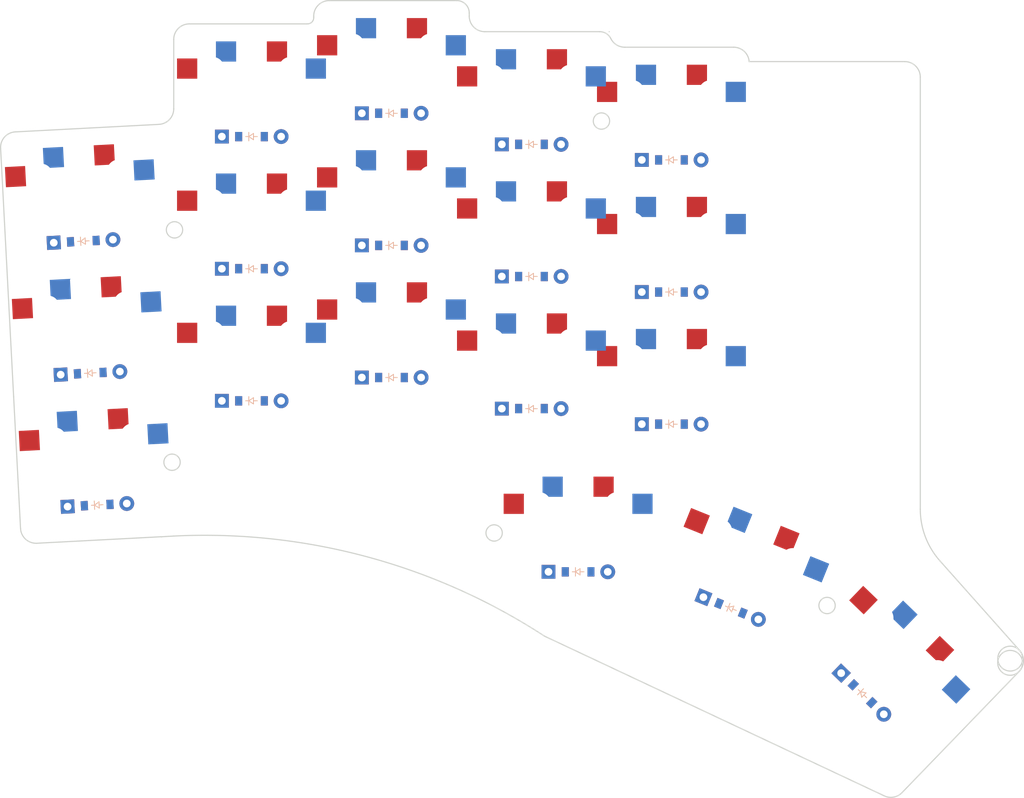
<source format=kicad_pcb>

            
(kicad_pcb (version 20171130) (host pcbnew 5.1.6)

  (page A3)
  (title_block
    (title bottom_plate)
    (rev v1.0.0)
    (company Unknown)
  )

  (general
    (thickness 1.6)
  )

  (layers
    (0 F.Cu signal)
    (31 B.Cu signal)
    (32 B.Adhes user)
    (33 F.Adhes user)
    (34 B.Paste user)
    (35 F.Paste user)
    (36 B.SilkS user)
    (37 F.SilkS user)
    (38 B.Mask user)
    (39 F.Mask user)
    (40 Dwgs.User user)
    (41 Cmts.User user)
    (42 Eco1.User user)
    (43 Eco2.User user)
    (44 Edge.Cuts user)
    (45 Margin user)
    (46 B.CrtYd user)
    (47 F.CrtYd user)
    (48 B.Fab user)
    (49 F.Fab user)
  )

  (setup
    (last_trace_width 0.25)
    (trace_clearance 0.2)
    (zone_clearance 0.508)
    (zone_45_only no)
    (trace_min 0.2)
    (via_size 0.8)
    (via_drill 0.4)
    (via_min_size 0.4)
    (via_min_drill 0.3)
    (uvia_size 0.3)
    (uvia_drill 0.1)
    (uvias_allowed no)
    (uvia_min_size 0.2)
    (uvia_min_drill 0.1)
    (edge_width 0.05)
    (segment_width 0.2)
    (pcb_text_width 0.3)
    (pcb_text_size 1.5 1.5)
    (mod_edge_width 0.12)
    (mod_text_size 1 1)
    (mod_text_width 0.15)
    (pad_size 1.524 1.524)
    (pad_drill 0.762)
    (pad_to_mask_clearance 0.05)
    (aux_axis_origin 0 0)
    (visible_elements FFFFFF7F)
    (pcbplotparams
      (layerselection 0x010fc_ffffffff)
      (usegerberextensions false)
      (usegerberattributes true)
      (usegerberadvancedattributes true)
      (creategerberjobfile true)
      (excludeedgelayer true)
      (linewidth 0.100000)
      (plotframeref false)
      (viasonmask false)
      (mode 1)
      (useauxorigin false)
      (hpglpennumber 1)
      (hpglpenspeed 20)
      (hpglpendiameter 15.000000)
      (psnegative false)
      (psa4output false)
      (plotreference true)
      (plotvalue true)
      (plotinvisibletext false)
      (padsonsilk false)
      (subtractmaskfromsilk false)
      (outputformat 1)
      (mirror false)
      (drillshape 1)
      (scaleselection 1)
      (outputdirectory ""))
  )

            (net 0 "")
(net 1 "pinky_bottom")
(net 2 "P20")
(net 3 "P6")
(net 4 "pinky_home")
(net 5 "P5")
(net 6 "pinky_top")
(net 7 "P4")
(net 8 "ring_bottom")
(net 9 "P19")
(net 10 "ring_home")
(net 11 "ring_top")
(net 12 "middle_bottom")
(net 13 "P18")
(net 14 "middle_home")
(net 15 "middle_top")
(net 16 "index_bottom")
(net 17 "P15")
(net 18 "index_home")
(net 19 "index_top")
(net 20 "inner_bottom")
(net 21 "P14")
(net 22 "inner_home")
(net 23 "inner_top")
(net 24 "near_thumb")
(net 25 "P7")
(net 26 "home_thumb")
(net 27 "far_thumb")
            
  (net_class Default "This is the default net class."
    (clearance 0.2)
    (trace_width 0.25)
    (via_dia 0.8)
    (via_drill 0.4)
    (uvia_dia 0.3)
    (uvia_drill 0.1)
    (add_net "")
(add_net "pinky_bottom")
(add_net "P20")
(add_net "P6")
(add_net "pinky_home")
(add_net "P5")
(add_net "pinky_top")
(add_net "P4")
(add_net "ring_bottom")
(add_net "P19")
(add_net "ring_home")
(add_net "ring_top")
(add_net "middle_bottom")
(add_net "P18")
(add_net "middle_home")
(add_net "middle_top")
(add_net "index_bottom")
(add_net "P15")
(add_net "index_home")
(add_net "index_top")
(add_net "inner_bottom")
(add_net "P14")
(add_net "inner_home")
(add_net "inner_top")
(add_net "near_thumb")
(add_net "P7")
(add_net "home_thumb")
(add_net "far_thumb")
  )

            
        
      (module PG1350 (layer F.Cu) (tedit 5DD50112)
      (at 18 0 3)

      
      (fp_text reference "S1" (at 0 0) (layer F.SilkS) hide (effects (font (size 1.27 1.27) (thickness 0.15))))
      (fp_text value "" (at 0 0) (layer F.SilkS) hide (effects (font (size 1.27 1.27) (thickness 0.15))))

      
      (fp_line (start -7 -6) (end -7 -7) (layer Dwgs.User) (width 0.15))
      (fp_line (start -7 7) (end -6 7) (layer Dwgs.User) (width 0.15))
      (fp_line (start -6 -7) (end -7 -7) (layer Dwgs.User) (width 0.15))
      (fp_line (start -7 7) (end -7 6) (layer Dwgs.User) (width 0.15))
      (fp_line (start 7 6) (end 7 7) (layer Dwgs.User) (width 0.15))
      (fp_line (start 7 -7) (end 6 -7) (layer Dwgs.User) (width 0.15))
      (fp_line (start 6 7) (end 7 7) (layer Dwgs.User) (width 0.15))
      (fp_line (start 7 -7) (end 7 -6) (layer Dwgs.User) (width 0.15))      
      
      
      (pad "" np_thru_hole circle (at 0 0) (size 3.429 3.429) (drill 3.429) (layers *.Cu *.Mask))
        
      
      (pad "" np_thru_hole circle (at 5.5 0) (size 1.7018 1.7018) (drill 1.7018) (layers *.Cu *.Mask))
      (pad "" np_thru_hole circle (at -5.5 0) (size 1.7018 1.7018) (drill 1.7018) (layers *.Cu *.Mask))
      
        
      
      (fp_line (start -9 -8.5) (end 9 -8.5) (layer Dwgs.User) (width 0.15))
      (fp_line (start 9 -8.5) (end 9 8.5) (layer Dwgs.User) (width 0.15))
      (fp_line (start 9 8.5) (end -9 8.5) (layer Dwgs.User) (width 0.15))
      (fp_line (start -9 8.5) (end -9 -8.5) (layer Dwgs.User) (width 0.15))
      
        
          
          (pad "" np_thru_hole circle (at 5 -3.75) (size 3 3) (drill 3) (layers *.Cu *.Mask))
          (pad "" np_thru_hole circle (at 0 -5.95) (size 3 3) (drill 3) (layers *.Cu *.Mask))
      
          
          (pad 1 smd rect (at -3.275 -5.95 3) (size 2.6 2.6) (layers B.Cu B.Paste B.Mask)  (net 1 "pinky_bottom"))
          (pad 2 smd rect (at 8.275 -3.75 3) (size 2.6 2.6) (layers B.Cu B.Paste B.Mask)  (net 2 "P20"))
        
        
          
          (pad "" np_thru_hole circle (at -5 -3.75) (size 3 3) (drill 3) (layers *.Cu *.Mask))
          (pad "" np_thru_hole circle (at 0 -5.95) (size 3 3) (drill 3) (layers *.Cu *.Mask))
      
          
          (pad 1 smd rect (at 3.275 -5.95 3) (size 2.6 2.6) (layers F.Cu F.Paste F.Mask)  (net 1 "pinky_bottom"))
          (pad 2 smd rect (at -8.275 -3.75 3) (size 2.6 2.6) (layers F.Cu F.Paste F.Mask)  (net 2 "P20"))
        )
        

  
    (module ComboDiode (layer F.Cu) (tedit 5B24D78E)


        (at 18.2616798 4.9931477 3)

        
        (fp_text reference "D1" (at 0 0) (layer F.SilkS) hide (effects (font (size 1.27 1.27) (thickness 0.15))))
        (fp_text value "" (at 0 0) (layer F.SilkS) hide (effects (font (size 1.27 1.27) (thickness 0.15))))
        
        
        (fp_line (start 0.25 0) (end 0.75 0) (layer F.SilkS) (width 0.1))
        (fp_line (start 0.25 0.4) (end -0.35 0) (layer F.SilkS) (width 0.1))
        (fp_line (start 0.25 -0.4) (end 0.25 0.4) (layer F.SilkS) (width 0.1))
        (fp_line (start -0.35 0) (end 0.25 -0.4) (layer F.SilkS) (width 0.1))
        (fp_line (start -0.35 0) (end -0.35 0.55) (layer F.SilkS) (width 0.1))
        (fp_line (start -0.35 0) (end -0.35 -0.55) (layer F.SilkS) (width 0.1))
        (fp_line (start -0.75 0) (end -0.35 0) (layer F.SilkS) (width 0.1))
        (fp_line (start 0.25 0) (end 0.75 0) (layer B.SilkS) (width 0.1))
        (fp_line (start 0.25 0.4) (end -0.35 0) (layer B.SilkS) (width 0.1))
        (fp_line (start 0.25 -0.4) (end 0.25 0.4) (layer B.SilkS) (width 0.1))
        (fp_line (start -0.35 0) (end 0.25 -0.4) (layer B.SilkS) (width 0.1))
        (fp_line (start -0.35 0) (end -0.35 0.55) (layer B.SilkS) (width 0.1))
        (fp_line (start -0.35 0) (end -0.35 -0.55) (layer B.SilkS) (width 0.1))
        (fp_line (start -0.75 0) (end -0.35 0) (layer B.SilkS) (width 0.1))
    
        
        (pad 1 smd rect (at -1.65 0 3) (size 0.9 1.2) (layers F.Cu F.Paste F.Mask) (net 3 "P6"))
        (pad 2 smd rect (at 1.65 0 3) (size 0.9 1.2) (layers B.Cu B.Paste B.Mask) (net 1 "pinky_bottom"))
        (pad 1 smd rect (at -1.65 0 3) (size 0.9 1.2) (layers B.Cu B.Paste B.Mask) (net 3 "P6"))
        (pad 2 smd rect (at 1.65 0 3) (size 0.9 1.2) (layers F.Cu F.Paste F.Mask) (net 1 "pinky_bottom"))
        
        
        (pad 1 thru_hole circle (at 3.81 0 3) (size 1.905 1.905) (drill 0.9906) (layers *.Cu *.Mask) (net 1 "pinky_bottom"))
        (pad 2 thru_hole rect (at -3.81 0 3) (size 1.778 1.778) (drill 0.9906) (layers *.Cu *.Mask) (net 3 "P6"))
    )
  
    

        
      (module PG1350 (layer F.Cu) (tedit 5DD50112)
      (at 17.1102887 -16.9767021 3)

      
      (fp_text reference "S2" (at 0 0) (layer F.SilkS) hide (effects (font (size 1.27 1.27) (thickness 0.15))))
      (fp_text value "" (at 0 0) (layer F.SilkS) hide (effects (font (size 1.27 1.27) (thickness 0.15))))

      
      (fp_line (start -7 -6) (end -7 -7) (layer Dwgs.User) (width 0.15))
      (fp_line (start -7 7) (end -6 7) (layer Dwgs.User) (width 0.15))
      (fp_line (start -6 -7) (end -7 -7) (layer Dwgs.User) (width 0.15))
      (fp_line (start -7 7) (end -7 6) (layer Dwgs.User) (width 0.15))
      (fp_line (start 7 6) (end 7 7) (layer Dwgs.User) (width 0.15))
      (fp_line (start 7 -7) (end 6 -7) (layer Dwgs.User) (width 0.15))
      (fp_line (start 6 7) (end 7 7) (layer Dwgs.User) (width 0.15))
      (fp_line (start 7 -7) (end 7 -6) (layer Dwgs.User) (width 0.15))      
      
      
      (pad "" np_thru_hole circle (at 0 0) (size 3.429 3.429) (drill 3.429) (layers *.Cu *.Mask))
        
      
      (pad "" np_thru_hole circle (at 5.5 0) (size 1.7018 1.7018) (drill 1.7018) (layers *.Cu *.Mask))
      (pad "" np_thru_hole circle (at -5.5 0) (size 1.7018 1.7018) (drill 1.7018) (layers *.Cu *.Mask))
      
        
      
      (fp_line (start -9 -8.5) (end 9 -8.5) (layer Dwgs.User) (width 0.15))
      (fp_line (start 9 -8.5) (end 9 8.5) (layer Dwgs.User) (width 0.15))
      (fp_line (start 9 8.5) (end -9 8.5) (layer Dwgs.User) (width 0.15))
      (fp_line (start -9 8.5) (end -9 -8.5) (layer Dwgs.User) (width 0.15))
      
        
          
          (pad "" np_thru_hole circle (at 5 -3.75) (size 3 3) (drill 3) (layers *.Cu *.Mask))
          (pad "" np_thru_hole circle (at 0 -5.95) (size 3 3) (drill 3) (layers *.Cu *.Mask))
      
          
          (pad 1 smd rect (at -3.275 -5.95 3) (size 2.6 2.6) (layers B.Cu B.Paste B.Mask)  (net 4 "pinky_home"))
          (pad 2 smd rect (at 8.275 -3.75 3) (size 2.6 2.6) (layers B.Cu B.Paste B.Mask)  (net 2 "P20"))
        
        
          
          (pad "" np_thru_hole circle (at -5 -3.75) (size 3 3) (drill 3) (layers *.Cu *.Mask))
          (pad "" np_thru_hole circle (at 0 -5.95) (size 3 3) (drill 3) (layers *.Cu *.Mask))
      
          
          (pad 1 smd rect (at 3.275 -5.95 3) (size 2.6 2.6) (layers F.Cu F.Paste F.Mask)  (net 4 "pinky_home"))
          (pad 2 smd rect (at -8.275 -3.75 3) (size 2.6 2.6) (layers F.Cu F.Paste F.Mask)  (net 2 "P20"))
        )
        

  
    (module ComboDiode (layer F.Cu) (tedit 5B24D78E)


        (at 17.3719685 -11.983554400000001 3)

        
        (fp_text reference "D2" (at 0 0) (layer F.SilkS) hide (effects (font (size 1.27 1.27) (thickness 0.15))))
        (fp_text value "" (at 0 0) (layer F.SilkS) hide (effects (font (size 1.27 1.27) (thickness 0.15))))
        
        
        (fp_line (start 0.25 0) (end 0.75 0) (layer F.SilkS) (width 0.1))
        (fp_line (start 0.25 0.4) (end -0.35 0) (layer F.SilkS) (width 0.1))
        (fp_line (start 0.25 -0.4) (end 0.25 0.4) (layer F.SilkS) (width 0.1))
        (fp_line (start -0.35 0) (end 0.25 -0.4) (layer F.SilkS) (width 0.1))
        (fp_line (start -0.35 0) (end -0.35 0.55) (layer F.SilkS) (width 0.1))
        (fp_line (start -0.35 0) (end -0.35 -0.55) (layer F.SilkS) (width 0.1))
        (fp_line (start -0.75 0) (end -0.35 0) (layer F.SilkS) (width 0.1))
        (fp_line (start 0.25 0) (end 0.75 0) (layer B.SilkS) (width 0.1))
        (fp_line (start 0.25 0.4) (end -0.35 0) (layer B.SilkS) (width 0.1))
        (fp_line (start 0.25 -0.4) (end 0.25 0.4) (layer B.SilkS) (width 0.1))
        (fp_line (start -0.35 0) (end 0.25 -0.4) (layer B.SilkS) (width 0.1))
        (fp_line (start -0.35 0) (end -0.35 0.55) (layer B.SilkS) (width 0.1))
        (fp_line (start -0.35 0) (end -0.35 -0.55) (layer B.SilkS) (width 0.1))
        (fp_line (start -0.75 0) (end -0.35 0) (layer B.SilkS) (width 0.1))
    
        
        (pad 1 smd rect (at -1.65 0 3) (size 0.9 1.2) (layers F.Cu F.Paste F.Mask) (net 5 "P5"))
        (pad 2 smd rect (at 1.65 0 3) (size 0.9 1.2) (layers B.Cu B.Paste B.Mask) (net 4 "pinky_home"))
        (pad 1 smd rect (at -1.65 0 3) (size 0.9 1.2) (layers B.Cu B.Paste B.Mask) (net 5 "P5"))
        (pad 2 smd rect (at 1.65 0 3) (size 0.9 1.2) (layers F.Cu F.Paste F.Mask) (net 4 "pinky_home"))
        
        
        (pad 1 thru_hole circle (at 3.81 0 3) (size 1.905 1.905) (drill 0.9906) (layers *.Cu *.Mask) (net 4 "pinky_home"))
        (pad 2 thru_hole rect (at -3.81 0 3) (size 1.778 1.778) (drill 0.9906) (layers *.Cu *.Mask) (net 5 "P5"))
    )
  
    

        
      (module PG1350 (layer F.Cu) (tedit 5DD50112)
      (at 16.2205775 -33.9534042 3)

      
      (fp_text reference "S3" (at 0 0) (layer F.SilkS) hide (effects (font (size 1.27 1.27) (thickness 0.15))))
      (fp_text value "" (at 0 0) (layer F.SilkS) hide (effects (font (size 1.27 1.27) (thickness 0.15))))

      
      (fp_line (start -7 -6) (end -7 -7) (layer Dwgs.User) (width 0.15))
      (fp_line (start -7 7) (end -6 7) (layer Dwgs.User) (width 0.15))
      (fp_line (start -6 -7) (end -7 -7) (layer Dwgs.User) (width 0.15))
      (fp_line (start -7 7) (end -7 6) (layer Dwgs.User) (width 0.15))
      (fp_line (start 7 6) (end 7 7) (layer Dwgs.User) (width 0.15))
      (fp_line (start 7 -7) (end 6 -7) (layer Dwgs.User) (width 0.15))
      (fp_line (start 6 7) (end 7 7) (layer Dwgs.User) (width 0.15))
      (fp_line (start 7 -7) (end 7 -6) (layer Dwgs.User) (width 0.15))      
      
      
      (pad "" np_thru_hole circle (at 0 0) (size 3.429 3.429) (drill 3.429) (layers *.Cu *.Mask))
        
      
      (pad "" np_thru_hole circle (at 5.5 0) (size 1.7018 1.7018) (drill 1.7018) (layers *.Cu *.Mask))
      (pad "" np_thru_hole circle (at -5.5 0) (size 1.7018 1.7018) (drill 1.7018) (layers *.Cu *.Mask))
      
        
      
      (fp_line (start -9 -8.5) (end 9 -8.5) (layer Dwgs.User) (width 0.15))
      (fp_line (start 9 -8.5) (end 9 8.5) (layer Dwgs.User) (width 0.15))
      (fp_line (start 9 8.5) (end -9 8.5) (layer Dwgs.User) (width 0.15))
      (fp_line (start -9 8.5) (end -9 -8.5) (layer Dwgs.User) (width 0.15))
      
        
          
          (pad "" np_thru_hole circle (at 5 -3.75) (size 3 3) (drill 3) (layers *.Cu *.Mask))
          (pad "" np_thru_hole circle (at 0 -5.95) (size 3 3) (drill 3) (layers *.Cu *.Mask))
      
          
          (pad 1 smd rect (at -3.275 -5.95 3) (size 2.6 2.6) (layers B.Cu B.Paste B.Mask)  (net 6 "pinky_top"))
          (pad 2 smd rect (at 8.275 -3.75 3) (size 2.6 2.6) (layers B.Cu B.Paste B.Mask)  (net 2 "P20"))
        
        
          
          (pad "" np_thru_hole circle (at -5 -3.75) (size 3 3) (drill 3) (layers *.Cu *.Mask))
          (pad "" np_thru_hole circle (at 0 -5.95) (size 3 3) (drill 3) (layers *.Cu *.Mask))
      
          
          (pad 1 smd rect (at 3.275 -5.95 3) (size 2.6 2.6) (layers F.Cu F.Paste F.Mask)  (net 6 "pinky_top"))
          (pad 2 smd rect (at -8.275 -3.75 3) (size 2.6 2.6) (layers F.Cu F.Paste F.Mask)  (net 2 "P20"))
        )
        

  
    (module ComboDiode (layer F.Cu) (tedit 5B24D78E)


        (at 16.4822573 -28.9602565 3)

        
        (fp_text reference "D3" (at 0 0) (layer F.SilkS) hide (effects (font (size 1.27 1.27) (thickness 0.15))))
        (fp_text value "" (at 0 0) (layer F.SilkS) hide (effects (font (size 1.27 1.27) (thickness 0.15))))
        
        
        (fp_line (start 0.25 0) (end 0.75 0) (layer F.SilkS) (width 0.1))
        (fp_line (start 0.25 0.4) (end -0.35 0) (layer F.SilkS) (width 0.1))
        (fp_line (start 0.25 -0.4) (end 0.25 0.4) (layer F.SilkS) (width 0.1))
        (fp_line (start -0.35 0) (end 0.25 -0.4) (layer F.SilkS) (width 0.1))
        (fp_line (start -0.35 0) (end -0.35 0.55) (layer F.SilkS) (width 0.1))
        (fp_line (start -0.35 0) (end -0.35 -0.55) (layer F.SilkS) (width 0.1))
        (fp_line (start -0.75 0) (end -0.35 0) (layer F.SilkS) (width 0.1))
        (fp_line (start 0.25 0) (end 0.75 0) (layer B.SilkS) (width 0.1))
        (fp_line (start 0.25 0.4) (end -0.35 0) (layer B.SilkS) (width 0.1))
        (fp_line (start 0.25 -0.4) (end 0.25 0.4) (layer B.SilkS) (width 0.1))
        (fp_line (start -0.35 0) (end 0.25 -0.4) (layer B.SilkS) (width 0.1))
        (fp_line (start -0.35 0) (end -0.35 0.55) (layer B.SilkS) (width 0.1))
        (fp_line (start -0.35 0) (end -0.35 -0.55) (layer B.SilkS) (width 0.1))
        (fp_line (start -0.75 0) (end -0.35 0) (layer B.SilkS) (width 0.1))
    
        
        (pad 1 smd rect (at -1.65 0 3) (size 0.9 1.2) (layers F.Cu F.Paste F.Mask) (net 7 "P4"))
        (pad 2 smd rect (at 1.65 0 3) (size 0.9 1.2) (layers B.Cu B.Paste B.Mask) (net 6 "pinky_top"))
        (pad 1 smd rect (at -1.65 0 3) (size 0.9 1.2) (layers B.Cu B.Paste B.Mask) (net 7 "P4"))
        (pad 2 smd rect (at 1.65 0 3) (size 0.9 1.2) (layers F.Cu F.Paste F.Mask) (net 6 "pinky_top"))
        
        
        (pad 1 thru_hole circle (at 3.81 0 3) (size 1.905 1.905) (drill 0.9906) (layers *.Cu *.Mask) (net 6 "pinky_top"))
        (pad 2 thru_hole rect (at -3.81 0 3) (size 1.778 1.778) (drill 0.9906) (layers *.Cu *.Mask) (net 7 "P4"))
    )
  
    

        
      (module PG1350 (layer F.Cu) (tedit 5DD50112)
      (at 38.103326100000004 -13.416443300000001 0)

      
      (fp_text reference "S4" (at 0 0) (layer F.SilkS) hide (effects (font (size 1.27 1.27) (thickness 0.15))))
      (fp_text value "" (at 0 0) (layer F.SilkS) hide (effects (font (size 1.27 1.27) (thickness 0.15))))

      
      (fp_line (start -7 -6) (end -7 -7) (layer Dwgs.User) (width 0.15))
      (fp_line (start -7 7) (end -6 7) (layer Dwgs.User) (width 0.15))
      (fp_line (start -6 -7) (end -7 -7) (layer Dwgs.User) (width 0.15))
      (fp_line (start -7 7) (end -7 6) (layer Dwgs.User) (width 0.15))
      (fp_line (start 7 6) (end 7 7) (layer Dwgs.User) (width 0.15))
      (fp_line (start 7 -7) (end 6 -7) (layer Dwgs.User) (width 0.15))
      (fp_line (start 6 7) (end 7 7) (layer Dwgs.User) (width 0.15))
      (fp_line (start 7 -7) (end 7 -6) (layer Dwgs.User) (width 0.15))      
      
      
      (pad "" np_thru_hole circle (at 0 0) (size 3.429 3.429) (drill 3.429) (layers *.Cu *.Mask))
        
      
      (pad "" np_thru_hole circle (at 5.5 0) (size 1.7018 1.7018) (drill 1.7018) (layers *.Cu *.Mask))
      (pad "" np_thru_hole circle (at -5.5 0) (size 1.7018 1.7018) (drill 1.7018) (layers *.Cu *.Mask))
      
        
      
      (fp_line (start -9 -8.5) (end 9 -8.5) (layer Dwgs.User) (width 0.15))
      (fp_line (start 9 -8.5) (end 9 8.5) (layer Dwgs.User) (width 0.15))
      (fp_line (start 9 8.5) (end -9 8.5) (layer Dwgs.User) (width 0.15))
      (fp_line (start -9 8.5) (end -9 -8.5) (layer Dwgs.User) (width 0.15))
      
        
          
          (pad "" np_thru_hole circle (at 5 -3.75) (size 3 3) (drill 3) (layers *.Cu *.Mask))
          (pad "" np_thru_hole circle (at 0 -5.95) (size 3 3) (drill 3) (layers *.Cu *.Mask))
      
          
          (pad 1 smd rect (at -3.275 -5.95 0) (size 2.6 2.6) (layers B.Cu B.Paste B.Mask)  (net 8 "ring_bottom"))
          (pad 2 smd rect (at 8.275 -3.75 0) (size 2.6 2.6) (layers B.Cu B.Paste B.Mask)  (net 9 "P19"))
        
        
          
          (pad "" np_thru_hole circle (at -5 -3.75) (size 3 3) (drill 3) (layers *.Cu *.Mask))
          (pad "" np_thru_hole circle (at 0 -5.95) (size 3 3) (drill 3) (layers *.Cu *.Mask))
      
          
          (pad 1 smd rect (at 3.275 -5.95 0) (size 2.6 2.6) (layers F.Cu F.Paste F.Mask)  (net 8 "ring_bottom"))
          (pad 2 smd rect (at -8.275 -3.75 0) (size 2.6 2.6) (layers F.Cu F.Paste F.Mask)  (net 9 "P19"))
        )
        

  
    (module ComboDiode (layer F.Cu) (tedit 5B24D78E)


        (at 38.103326100000004 -8.416443300000001 0)

        
        (fp_text reference "D4" (at 0 0) (layer F.SilkS) hide (effects (font (size 1.27 1.27) (thickness 0.15))))
        (fp_text value "" (at 0 0) (layer F.SilkS) hide (effects (font (size 1.27 1.27) (thickness 0.15))))
        
        
        (fp_line (start 0.25 0) (end 0.75 0) (layer F.SilkS) (width 0.1))
        (fp_line (start 0.25 0.4) (end -0.35 0) (layer F.SilkS) (width 0.1))
        (fp_line (start 0.25 -0.4) (end 0.25 0.4) (layer F.SilkS) (width 0.1))
        (fp_line (start -0.35 0) (end 0.25 -0.4) (layer F.SilkS) (width 0.1))
        (fp_line (start -0.35 0) (end -0.35 0.55) (layer F.SilkS) (width 0.1))
        (fp_line (start -0.35 0) (end -0.35 -0.55) (layer F.SilkS) (width 0.1))
        (fp_line (start -0.75 0) (end -0.35 0) (layer F.SilkS) (width 0.1))
        (fp_line (start 0.25 0) (end 0.75 0) (layer B.SilkS) (width 0.1))
        (fp_line (start 0.25 0.4) (end -0.35 0) (layer B.SilkS) (width 0.1))
        (fp_line (start 0.25 -0.4) (end 0.25 0.4) (layer B.SilkS) (width 0.1))
        (fp_line (start -0.35 0) (end 0.25 -0.4) (layer B.SilkS) (width 0.1))
        (fp_line (start -0.35 0) (end -0.35 0.55) (layer B.SilkS) (width 0.1))
        (fp_line (start -0.35 0) (end -0.35 -0.55) (layer B.SilkS) (width 0.1))
        (fp_line (start -0.75 0) (end -0.35 0) (layer B.SilkS) (width 0.1))
    
        
        (pad 1 smd rect (at -1.65 0 0) (size 0.9 1.2) (layers F.Cu F.Paste F.Mask) (net 3 "P6"))
        (pad 2 smd rect (at 1.65 0 0) (size 0.9 1.2) (layers B.Cu B.Paste B.Mask) (net 8 "ring_bottom"))
        (pad 1 smd rect (at -1.65 0 0) (size 0.9 1.2) (layers B.Cu B.Paste B.Mask) (net 3 "P6"))
        (pad 2 smd rect (at 1.65 0 0) (size 0.9 1.2) (layers F.Cu F.Paste F.Mask) (net 8 "ring_bottom"))
        
        
        (pad 1 thru_hole circle (at 3.81 0 0) (size 1.905 1.905) (drill 0.9906) (layers *.Cu *.Mask) (net 8 "ring_bottom"))
        (pad 2 thru_hole rect (at -3.81 0 0) (size 1.778 1.778) (drill 0.9906) (layers *.Cu *.Mask) (net 3 "P6"))
    )
  
    

        
      (module PG1350 (layer F.Cu) (tedit 5DD50112)
      (at 38.103326100000004 -30.4164433 0)

      
      (fp_text reference "S5" (at 0 0) (layer F.SilkS) hide (effects (font (size 1.27 1.27) (thickness 0.15))))
      (fp_text value "" (at 0 0) (layer F.SilkS) hide (effects (font (size 1.27 1.27) (thickness 0.15))))

      
      (fp_line (start -7 -6) (end -7 -7) (layer Dwgs.User) (width 0.15))
      (fp_line (start -7 7) (end -6 7) (layer Dwgs.User) (width 0.15))
      (fp_line (start -6 -7) (end -7 -7) (layer Dwgs.User) (width 0.15))
      (fp_line (start -7 7) (end -7 6) (layer Dwgs.User) (width 0.15))
      (fp_line (start 7 6) (end 7 7) (layer Dwgs.User) (width 0.15))
      (fp_line (start 7 -7) (end 6 -7) (layer Dwgs.User) (width 0.15))
      (fp_line (start 6 7) (end 7 7) (layer Dwgs.User) (width 0.15))
      (fp_line (start 7 -7) (end 7 -6) (layer Dwgs.User) (width 0.15))      
      
      
      (pad "" np_thru_hole circle (at 0 0) (size 3.429 3.429) (drill 3.429) (layers *.Cu *.Mask))
        
      
      (pad "" np_thru_hole circle (at 5.5 0) (size 1.7018 1.7018) (drill 1.7018) (layers *.Cu *.Mask))
      (pad "" np_thru_hole circle (at -5.5 0) (size 1.7018 1.7018) (drill 1.7018) (layers *.Cu *.Mask))
      
        
      
      (fp_line (start -9 -8.5) (end 9 -8.5) (layer Dwgs.User) (width 0.15))
      (fp_line (start 9 -8.5) (end 9 8.5) (layer Dwgs.User) (width 0.15))
      (fp_line (start 9 8.5) (end -9 8.5) (layer Dwgs.User) (width 0.15))
      (fp_line (start -9 8.5) (end -9 -8.5) (layer Dwgs.User) (width 0.15))
      
        
          
          (pad "" np_thru_hole circle (at 5 -3.75) (size 3 3) (drill 3) (layers *.Cu *.Mask))
          (pad "" np_thru_hole circle (at 0 -5.95) (size 3 3) (drill 3) (layers *.Cu *.Mask))
      
          
          (pad 1 smd rect (at -3.275 -5.95 0) (size 2.6 2.6) (layers B.Cu B.Paste B.Mask)  (net 10 "ring_home"))
          (pad 2 smd rect (at 8.275 -3.75 0) (size 2.6 2.6) (layers B.Cu B.Paste B.Mask)  (net 9 "P19"))
        
        
          
          (pad "" np_thru_hole circle (at -5 -3.75) (size 3 3) (drill 3) (layers *.Cu *.Mask))
          (pad "" np_thru_hole circle (at 0 -5.95) (size 3 3) (drill 3) (layers *.Cu *.Mask))
      
          
          (pad 1 smd rect (at 3.275 -5.95 0) (size 2.6 2.6) (layers F.Cu F.Paste F.Mask)  (net 10 "ring_home"))
          (pad 2 smd rect (at -8.275 -3.75 0) (size 2.6 2.6) (layers F.Cu F.Paste F.Mask)  (net 9 "P19"))
        )
        

  
    (module ComboDiode (layer F.Cu) (tedit 5B24D78E)


        (at 38.103326100000004 -25.4164433 0)

        
        (fp_text reference "D5" (at 0 0) (layer F.SilkS) hide (effects (font (size 1.27 1.27) (thickness 0.15))))
        (fp_text value "" (at 0 0) (layer F.SilkS) hide (effects (font (size 1.27 1.27) (thickness 0.15))))
        
        
        (fp_line (start 0.25 0) (end 0.75 0) (layer F.SilkS) (width 0.1))
        (fp_line (start 0.25 0.4) (end -0.35 0) (layer F.SilkS) (width 0.1))
        (fp_line (start 0.25 -0.4) (end 0.25 0.4) (layer F.SilkS) (width 0.1))
        (fp_line (start -0.35 0) (end 0.25 -0.4) (layer F.SilkS) (width 0.1))
        (fp_line (start -0.35 0) (end -0.35 0.55) (layer F.SilkS) (width 0.1))
        (fp_line (start -0.35 0) (end -0.35 -0.55) (layer F.SilkS) (width 0.1))
        (fp_line (start -0.75 0) (end -0.35 0) (layer F.SilkS) (width 0.1))
        (fp_line (start 0.25 0) (end 0.75 0) (layer B.SilkS) (width 0.1))
        (fp_line (start 0.25 0.4) (end -0.35 0) (layer B.SilkS) (width 0.1))
        (fp_line (start 0.25 -0.4) (end 0.25 0.4) (layer B.SilkS) (width 0.1))
        (fp_line (start -0.35 0) (end 0.25 -0.4) (layer B.SilkS) (width 0.1))
        (fp_line (start -0.35 0) (end -0.35 0.55) (layer B.SilkS) (width 0.1))
        (fp_line (start -0.35 0) (end -0.35 -0.55) (layer B.SilkS) (width 0.1))
        (fp_line (start -0.75 0) (end -0.35 0) (layer B.SilkS) (width 0.1))
    
        
        (pad 1 smd rect (at -1.65 0 0) (size 0.9 1.2) (layers F.Cu F.Paste F.Mask) (net 5 "P5"))
        (pad 2 smd rect (at 1.65 0 0) (size 0.9 1.2) (layers B.Cu B.Paste B.Mask) (net 10 "ring_home"))
        (pad 1 smd rect (at -1.65 0 0) (size 0.9 1.2) (layers B.Cu B.Paste B.Mask) (net 5 "P5"))
        (pad 2 smd rect (at 1.65 0 0) (size 0.9 1.2) (layers F.Cu F.Paste F.Mask) (net 10 "ring_home"))
        
        
        (pad 1 thru_hole circle (at 3.81 0 0) (size 1.905 1.905) (drill 0.9906) (layers *.Cu *.Mask) (net 10 "ring_home"))
        (pad 2 thru_hole rect (at -3.81 0 0) (size 1.778 1.778) (drill 0.9906) (layers *.Cu *.Mask) (net 5 "P5"))
    )
  
    

        
      (module PG1350 (layer F.Cu) (tedit 5DD50112)
      (at 38.103326100000004 -47.4164433 0)

      
      (fp_text reference "S6" (at 0 0) (layer F.SilkS) hide (effects (font (size 1.27 1.27) (thickness 0.15))))
      (fp_text value "" (at 0 0) (layer F.SilkS) hide (effects (font (size 1.27 1.27) (thickness 0.15))))

      
      (fp_line (start -7 -6) (end -7 -7) (layer Dwgs.User) (width 0.15))
      (fp_line (start -7 7) (end -6 7) (layer Dwgs.User) (width 0.15))
      (fp_line (start -6 -7) (end -7 -7) (layer Dwgs.User) (width 0.15))
      (fp_line (start -7 7) (end -7 6) (layer Dwgs.User) (width 0.15))
      (fp_line (start 7 6) (end 7 7) (layer Dwgs.User) (width 0.15))
      (fp_line (start 7 -7) (end 6 -7) (layer Dwgs.User) (width 0.15))
      (fp_line (start 6 7) (end 7 7) (layer Dwgs.User) (width 0.15))
      (fp_line (start 7 -7) (end 7 -6) (layer Dwgs.User) (width 0.15))      
      
      
      (pad "" np_thru_hole circle (at 0 0) (size 3.429 3.429) (drill 3.429) (layers *.Cu *.Mask))
        
      
      (pad "" np_thru_hole circle (at 5.5 0) (size 1.7018 1.7018) (drill 1.7018) (layers *.Cu *.Mask))
      (pad "" np_thru_hole circle (at -5.5 0) (size 1.7018 1.7018) (drill 1.7018) (layers *.Cu *.Mask))
      
        
      
      (fp_line (start -9 -8.5) (end 9 -8.5) (layer Dwgs.User) (width 0.15))
      (fp_line (start 9 -8.5) (end 9 8.5) (layer Dwgs.User) (width 0.15))
      (fp_line (start 9 8.5) (end -9 8.5) (layer Dwgs.User) (width 0.15))
      (fp_line (start -9 8.5) (end -9 -8.5) (layer Dwgs.User) (width 0.15))
      
        
          
          (pad "" np_thru_hole circle (at 5 -3.75) (size 3 3) (drill 3) (layers *.Cu *.Mask))
          (pad "" np_thru_hole circle (at 0 -5.95) (size 3 3) (drill 3) (layers *.Cu *.Mask))
      
          
          (pad 1 smd rect (at -3.275 -5.95 0) (size 2.6 2.6) (layers B.Cu B.Paste B.Mask)  (net 11 "ring_top"))
          (pad 2 smd rect (at 8.275 -3.75 0) (size 2.6 2.6) (layers B.Cu B.Paste B.Mask)  (net 9 "P19"))
        
        
          
          (pad "" np_thru_hole circle (at -5 -3.75) (size 3 3) (drill 3) (layers *.Cu *.Mask))
          (pad "" np_thru_hole circle (at 0 -5.95) (size 3 3) (drill 3) (layers *.Cu *.Mask))
      
          
          (pad 1 smd rect (at 3.275 -5.95 0) (size 2.6 2.6) (layers F.Cu F.Paste F.Mask)  (net 11 "ring_top"))
          (pad 2 smd rect (at -8.275 -3.75 0) (size 2.6 2.6) (layers F.Cu F.Paste F.Mask)  (net 9 "P19"))
        )
        

  
    (module ComboDiode (layer F.Cu) (tedit 5B24D78E)


        (at 38.103326100000004 -42.4164433 0)

        
        (fp_text reference "D6" (at 0 0) (layer F.SilkS) hide (effects (font (size 1.27 1.27) (thickness 0.15))))
        (fp_text value "" (at 0 0) (layer F.SilkS) hide (effects (font (size 1.27 1.27) (thickness 0.15))))
        
        
        (fp_line (start 0.25 0) (end 0.75 0) (layer F.SilkS) (width 0.1))
        (fp_line (start 0.25 0.4) (end -0.35 0) (layer F.SilkS) (width 0.1))
        (fp_line (start 0.25 -0.4) (end 0.25 0.4) (layer F.SilkS) (width 0.1))
        (fp_line (start -0.35 0) (end 0.25 -0.4) (layer F.SilkS) (width 0.1))
        (fp_line (start -0.35 0) (end -0.35 0.55) (layer F.SilkS) (width 0.1))
        (fp_line (start -0.35 0) (end -0.35 -0.55) (layer F.SilkS) (width 0.1))
        (fp_line (start -0.75 0) (end -0.35 0) (layer F.SilkS) (width 0.1))
        (fp_line (start 0.25 0) (end 0.75 0) (layer B.SilkS) (width 0.1))
        (fp_line (start 0.25 0.4) (end -0.35 0) (layer B.SilkS) (width 0.1))
        (fp_line (start 0.25 -0.4) (end 0.25 0.4) (layer B.SilkS) (width 0.1))
        (fp_line (start -0.35 0) (end 0.25 -0.4) (layer B.SilkS) (width 0.1))
        (fp_line (start -0.35 0) (end -0.35 0.55) (layer B.SilkS) (width 0.1))
        (fp_line (start -0.35 0) (end -0.35 -0.55) (layer B.SilkS) (width 0.1))
        (fp_line (start -0.75 0) (end -0.35 0) (layer B.SilkS) (width 0.1))
    
        
        (pad 1 smd rect (at -1.65 0 0) (size 0.9 1.2) (layers F.Cu F.Paste F.Mask) (net 7 "P4"))
        (pad 2 smd rect (at 1.65 0 0) (size 0.9 1.2) (layers B.Cu B.Paste B.Mask) (net 11 "ring_top"))
        (pad 1 smd rect (at -1.65 0 0) (size 0.9 1.2) (layers B.Cu B.Paste B.Mask) (net 7 "P4"))
        (pad 2 smd rect (at 1.65 0 0) (size 0.9 1.2) (layers F.Cu F.Paste F.Mask) (net 11 "ring_top"))
        
        
        (pad 1 thru_hole circle (at 3.81 0 0) (size 1.905 1.905) (drill 0.9906) (layers *.Cu *.Mask) (net 11 "ring_top"))
        (pad 2 thru_hole rect (at -3.81 0 0) (size 1.778 1.778) (drill 0.9906) (layers *.Cu *.Mask) (net 7 "P4"))
    )
  
    

        
      (module PG1350 (layer F.Cu) (tedit 5DD50112)
      (at 56.103326100000004 -16.4164432 0)

      
      (fp_text reference "S7" (at 0 0) (layer F.SilkS) hide (effects (font (size 1.27 1.27) (thickness 0.15))))
      (fp_text value "" (at 0 0) (layer F.SilkS) hide (effects (font (size 1.27 1.27) (thickness 0.15))))

      
      (fp_line (start -7 -6) (end -7 -7) (layer Dwgs.User) (width 0.15))
      (fp_line (start -7 7) (end -6 7) (layer Dwgs.User) (width 0.15))
      (fp_line (start -6 -7) (end -7 -7) (layer Dwgs.User) (width 0.15))
      (fp_line (start -7 7) (end -7 6) (layer Dwgs.User) (width 0.15))
      (fp_line (start 7 6) (end 7 7) (layer Dwgs.User) (width 0.15))
      (fp_line (start 7 -7) (end 6 -7) (layer Dwgs.User) (width 0.15))
      (fp_line (start 6 7) (end 7 7) (layer Dwgs.User) (width 0.15))
      (fp_line (start 7 -7) (end 7 -6) (layer Dwgs.User) (width 0.15))      
      
      
      (pad "" np_thru_hole circle (at 0 0) (size 3.429 3.429) (drill 3.429) (layers *.Cu *.Mask))
        
      
      (pad "" np_thru_hole circle (at 5.5 0) (size 1.7018 1.7018) (drill 1.7018) (layers *.Cu *.Mask))
      (pad "" np_thru_hole circle (at -5.5 0) (size 1.7018 1.7018) (drill 1.7018) (layers *.Cu *.Mask))
      
        
      
      (fp_line (start -9 -8.5) (end 9 -8.5) (layer Dwgs.User) (width 0.15))
      (fp_line (start 9 -8.5) (end 9 8.5) (layer Dwgs.User) (width 0.15))
      (fp_line (start 9 8.5) (end -9 8.5) (layer Dwgs.User) (width 0.15))
      (fp_line (start -9 8.5) (end -9 -8.5) (layer Dwgs.User) (width 0.15))
      
        
          
          (pad "" np_thru_hole circle (at 5 -3.75) (size 3 3) (drill 3) (layers *.Cu *.Mask))
          (pad "" np_thru_hole circle (at 0 -5.95) (size 3 3) (drill 3) (layers *.Cu *.Mask))
      
          
          (pad 1 smd rect (at -3.275 -5.95 0) (size 2.6 2.6) (layers B.Cu B.Paste B.Mask)  (net 12 "middle_bottom"))
          (pad 2 smd rect (at 8.275 -3.75 0) (size 2.6 2.6) (layers B.Cu B.Paste B.Mask)  (net 13 "P18"))
        
        
          
          (pad "" np_thru_hole circle (at -5 -3.75) (size 3 3) (drill 3) (layers *.Cu *.Mask))
          (pad "" np_thru_hole circle (at 0 -5.95) (size 3 3) (drill 3) (layers *.Cu *.Mask))
      
          
          (pad 1 smd rect (at 3.275 -5.95 0) (size 2.6 2.6) (layers F.Cu F.Paste F.Mask)  (net 12 "middle_bottom"))
          (pad 2 smd rect (at -8.275 -3.75 0) (size 2.6 2.6) (layers F.Cu F.Paste F.Mask)  (net 13 "P18"))
        )
        

  
    (module ComboDiode (layer F.Cu) (tedit 5B24D78E)


        (at 56.103326100000004 -11.4164432 0)

        
        (fp_text reference "D7" (at 0 0) (layer F.SilkS) hide (effects (font (size 1.27 1.27) (thickness 0.15))))
        (fp_text value "" (at 0 0) (layer F.SilkS) hide (effects (font (size 1.27 1.27) (thickness 0.15))))
        
        
        (fp_line (start 0.25 0) (end 0.75 0) (layer F.SilkS) (width 0.1))
        (fp_line (start 0.25 0.4) (end -0.35 0) (layer F.SilkS) (width 0.1))
        (fp_line (start 0.25 -0.4) (end 0.25 0.4) (layer F.SilkS) (width 0.1))
        (fp_line (start -0.35 0) (end 0.25 -0.4) (layer F.SilkS) (width 0.1))
        (fp_line (start -0.35 0) (end -0.35 0.55) (layer F.SilkS) (width 0.1))
        (fp_line (start -0.35 0) (end -0.35 -0.55) (layer F.SilkS) (width 0.1))
        (fp_line (start -0.75 0) (end -0.35 0) (layer F.SilkS) (width 0.1))
        (fp_line (start 0.25 0) (end 0.75 0) (layer B.SilkS) (width 0.1))
        (fp_line (start 0.25 0.4) (end -0.35 0) (layer B.SilkS) (width 0.1))
        (fp_line (start 0.25 -0.4) (end 0.25 0.4) (layer B.SilkS) (width 0.1))
        (fp_line (start -0.35 0) (end 0.25 -0.4) (layer B.SilkS) (width 0.1))
        (fp_line (start -0.35 0) (end -0.35 0.55) (layer B.SilkS) (width 0.1))
        (fp_line (start -0.35 0) (end -0.35 -0.55) (layer B.SilkS) (width 0.1))
        (fp_line (start -0.75 0) (end -0.35 0) (layer B.SilkS) (width 0.1))
    
        
        (pad 1 smd rect (at -1.65 0 0) (size 0.9 1.2) (layers F.Cu F.Paste F.Mask) (net 3 "P6"))
        (pad 2 smd rect (at 1.65 0 0) (size 0.9 1.2) (layers B.Cu B.Paste B.Mask) (net 12 "middle_bottom"))
        (pad 1 smd rect (at -1.65 0 0) (size 0.9 1.2) (layers B.Cu B.Paste B.Mask) (net 3 "P6"))
        (pad 2 smd rect (at 1.65 0 0) (size 0.9 1.2) (layers F.Cu F.Paste F.Mask) (net 12 "middle_bottom"))
        
        
        (pad 1 thru_hole circle (at 3.81 0 0) (size 1.905 1.905) (drill 0.9906) (layers *.Cu *.Mask) (net 12 "middle_bottom"))
        (pad 2 thru_hole rect (at -3.81 0 0) (size 1.778 1.778) (drill 0.9906) (layers *.Cu *.Mask) (net 3 "P6"))
    )
  
    

        
      (module PG1350 (layer F.Cu) (tedit 5DD50112)
      (at 56.103326100000004 -33.4164433 0)

      
      (fp_text reference "S8" (at 0 0) (layer F.SilkS) hide (effects (font (size 1.27 1.27) (thickness 0.15))))
      (fp_text value "" (at 0 0) (layer F.SilkS) hide (effects (font (size 1.27 1.27) (thickness 0.15))))

      
      (fp_line (start -7 -6) (end -7 -7) (layer Dwgs.User) (width 0.15))
      (fp_line (start -7 7) (end -6 7) (layer Dwgs.User) (width 0.15))
      (fp_line (start -6 -7) (end -7 -7) (layer Dwgs.User) (width 0.15))
      (fp_line (start -7 7) (end -7 6) (layer Dwgs.User) (width 0.15))
      (fp_line (start 7 6) (end 7 7) (layer Dwgs.User) (width 0.15))
      (fp_line (start 7 -7) (end 6 -7) (layer Dwgs.User) (width 0.15))
      (fp_line (start 6 7) (end 7 7) (layer Dwgs.User) (width 0.15))
      (fp_line (start 7 -7) (end 7 -6) (layer Dwgs.User) (width 0.15))      
      
      
      (pad "" np_thru_hole circle (at 0 0) (size 3.429 3.429) (drill 3.429) (layers *.Cu *.Mask))
        
      
      (pad "" np_thru_hole circle (at 5.5 0) (size 1.7018 1.7018) (drill 1.7018) (layers *.Cu *.Mask))
      (pad "" np_thru_hole circle (at -5.5 0) (size 1.7018 1.7018) (drill 1.7018) (layers *.Cu *.Mask))
      
        
      
      (fp_line (start -9 -8.5) (end 9 -8.5) (layer Dwgs.User) (width 0.15))
      (fp_line (start 9 -8.5) (end 9 8.5) (layer Dwgs.User) (width 0.15))
      (fp_line (start 9 8.5) (end -9 8.5) (layer Dwgs.User) (width 0.15))
      (fp_line (start -9 8.5) (end -9 -8.5) (layer Dwgs.User) (width 0.15))
      
        
          
          (pad "" np_thru_hole circle (at 5 -3.75) (size 3 3) (drill 3) (layers *.Cu *.Mask))
          (pad "" np_thru_hole circle (at 0 -5.95) (size 3 3) (drill 3) (layers *.Cu *.Mask))
      
          
          (pad 1 smd rect (at -3.275 -5.95 0) (size 2.6 2.6) (layers B.Cu B.Paste B.Mask)  (net 14 "middle_home"))
          (pad 2 smd rect (at 8.275 -3.75 0) (size 2.6 2.6) (layers B.Cu B.Paste B.Mask)  (net 13 "P18"))
        
        
          
          (pad "" np_thru_hole circle (at -5 -3.75) (size 3 3) (drill 3) (layers *.Cu *.Mask))
          (pad "" np_thru_hole circle (at 0 -5.95) (size 3 3) (drill 3) (layers *.Cu *.Mask))
      
          
          (pad 1 smd rect (at 3.275 -5.95 0) (size 2.6 2.6) (layers F.Cu F.Paste F.Mask)  (net 14 "middle_home"))
          (pad 2 smd rect (at -8.275 -3.75 0) (size 2.6 2.6) (layers F.Cu F.Paste F.Mask)  (net 13 "P18"))
        )
        

  
    (module ComboDiode (layer F.Cu) (tedit 5B24D78E)


        (at 56.103326100000004 -28.416443299999997 0)

        
        (fp_text reference "D8" (at 0 0) (layer F.SilkS) hide (effects (font (size 1.27 1.27) (thickness 0.15))))
        (fp_text value "" (at 0 0) (layer F.SilkS) hide (effects (font (size 1.27 1.27) (thickness 0.15))))
        
        
        (fp_line (start 0.25 0) (end 0.75 0) (layer F.SilkS) (width 0.1))
        (fp_line (start 0.25 0.4) (end -0.35 0) (layer F.SilkS) (width 0.1))
        (fp_line (start 0.25 -0.4) (end 0.25 0.4) (layer F.SilkS) (width 0.1))
        (fp_line (start -0.35 0) (end 0.25 -0.4) (layer F.SilkS) (width 0.1))
        (fp_line (start -0.35 0) (end -0.35 0.55) (layer F.SilkS) (width 0.1))
        (fp_line (start -0.35 0) (end -0.35 -0.55) (layer F.SilkS) (width 0.1))
        (fp_line (start -0.75 0) (end -0.35 0) (layer F.SilkS) (width 0.1))
        (fp_line (start 0.25 0) (end 0.75 0) (layer B.SilkS) (width 0.1))
        (fp_line (start 0.25 0.4) (end -0.35 0) (layer B.SilkS) (width 0.1))
        (fp_line (start 0.25 -0.4) (end 0.25 0.4) (layer B.SilkS) (width 0.1))
        (fp_line (start -0.35 0) (end 0.25 -0.4) (layer B.SilkS) (width 0.1))
        (fp_line (start -0.35 0) (end -0.35 0.55) (layer B.SilkS) (width 0.1))
        (fp_line (start -0.35 0) (end -0.35 -0.55) (layer B.SilkS) (width 0.1))
        (fp_line (start -0.75 0) (end -0.35 0) (layer B.SilkS) (width 0.1))
    
        
        (pad 1 smd rect (at -1.65 0 0) (size 0.9 1.2) (layers F.Cu F.Paste F.Mask) (net 5 "P5"))
        (pad 2 smd rect (at 1.65 0 0) (size 0.9 1.2) (layers B.Cu B.Paste B.Mask) (net 14 "middle_home"))
        (pad 1 smd rect (at -1.65 0 0) (size 0.9 1.2) (layers B.Cu B.Paste B.Mask) (net 5 "P5"))
        (pad 2 smd rect (at 1.65 0 0) (size 0.9 1.2) (layers F.Cu F.Paste F.Mask) (net 14 "middle_home"))
        
        
        (pad 1 thru_hole circle (at 3.81 0 0) (size 1.905 1.905) (drill 0.9906) (layers *.Cu *.Mask) (net 14 "middle_home"))
        (pad 2 thru_hole rect (at -3.81 0 0) (size 1.778 1.778) (drill 0.9906) (layers *.Cu *.Mask) (net 5 "P5"))
    )
  
    

        
      (module PG1350 (layer F.Cu) (tedit 5DD50112)
      (at 56.103326100000004 -50.4164433 0)

      
      (fp_text reference "S9" (at 0 0) (layer F.SilkS) hide (effects (font (size 1.27 1.27) (thickness 0.15))))
      (fp_text value "" (at 0 0) (layer F.SilkS) hide (effects (font (size 1.27 1.27) (thickness 0.15))))

      
      (fp_line (start -7 -6) (end -7 -7) (layer Dwgs.User) (width 0.15))
      (fp_line (start -7 7) (end -6 7) (layer Dwgs.User) (width 0.15))
      (fp_line (start -6 -7) (end -7 -7) (layer Dwgs.User) (width 0.15))
      (fp_line (start -7 7) (end -7 6) (layer Dwgs.User) (width 0.15))
      (fp_line (start 7 6) (end 7 7) (layer Dwgs.User) (width 0.15))
      (fp_line (start 7 -7) (end 6 -7) (layer Dwgs.User) (width 0.15))
      (fp_line (start 6 7) (end 7 7) (layer Dwgs.User) (width 0.15))
      (fp_line (start 7 -7) (end 7 -6) (layer Dwgs.User) (width 0.15))      
      
      
      (pad "" np_thru_hole circle (at 0 0) (size 3.429 3.429) (drill 3.429) (layers *.Cu *.Mask))
        
      
      (pad "" np_thru_hole circle (at 5.5 0) (size 1.7018 1.7018) (drill 1.7018) (layers *.Cu *.Mask))
      (pad "" np_thru_hole circle (at -5.5 0) (size 1.7018 1.7018) (drill 1.7018) (layers *.Cu *.Mask))
      
        
      
      (fp_line (start -9 -8.5) (end 9 -8.5) (layer Dwgs.User) (width 0.15))
      (fp_line (start 9 -8.5) (end 9 8.5) (layer Dwgs.User) (width 0.15))
      (fp_line (start 9 8.5) (end -9 8.5) (layer Dwgs.User) (width 0.15))
      (fp_line (start -9 8.5) (end -9 -8.5) (layer Dwgs.User) (width 0.15))
      
        
          
          (pad "" np_thru_hole circle (at 5 -3.75) (size 3 3) (drill 3) (layers *.Cu *.Mask))
          (pad "" np_thru_hole circle (at 0 -5.95) (size 3 3) (drill 3) (layers *.Cu *.Mask))
      
          
          (pad 1 smd rect (at -3.275 -5.95 0) (size 2.6 2.6) (layers B.Cu B.Paste B.Mask)  (net 15 "middle_top"))
          (pad 2 smd rect (at 8.275 -3.75 0) (size 2.6 2.6) (layers B.Cu B.Paste B.Mask)  (net 13 "P18"))
        
        
          
          (pad "" np_thru_hole circle (at -5 -3.75) (size 3 3) (drill 3) (layers *.Cu *.Mask))
          (pad "" np_thru_hole circle (at 0 -5.95) (size 3 3) (drill 3) (layers *.Cu *.Mask))
      
          
          (pad 1 smd rect (at 3.275 -5.95 0) (size 2.6 2.6) (layers F.Cu F.Paste F.Mask)  (net 15 "middle_top"))
          (pad 2 smd rect (at -8.275 -3.75 0) (size 2.6 2.6) (layers F.Cu F.Paste F.Mask)  (net 13 "P18"))
        )
        

  
    (module ComboDiode (layer F.Cu) (tedit 5B24D78E)


        (at 56.103326100000004 -45.4164433 0)

        
        (fp_text reference "D9" (at 0 0) (layer F.SilkS) hide (effects (font (size 1.27 1.27) (thickness 0.15))))
        (fp_text value "" (at 0 0) (layer F.SilkS) hide (effects (font (size 1.27 1.27) (thickness 0.15))))
        
        
        (fp_line (start 0.25 0) (end 0.75 0) (layer F.SilkS) (width 0.1))
        (fp_line (start 0.25 0.4) (end -0.35 0) (layer F.SilkS) (width 0.1))
        (fp_line (start 0.25 -0.4) (end 0.25 0.4) (layer F.SilkS) (width 0.1))
        (fp_line (start -0.35 0) (end 0.25 -0.4) (layer F.SilkS) (width 0.1))
        (fp_line (start -0.35 0) (end -0.35 0.55) (layer F.SilkS) (width 0.1))
        (fp_line (start -0.35 0) (end -0.35 -0.55) (layer F.SilkS) (width 0.1))
        (fp_line (start -0.75 0) (end -0.35 0) (layer F.SilkS) (width 0.1))
        (fp_line (start 0.25 0) (end 0.75 0) (layer B.SilkS) (width 0.1))
        (fp_line (start 0.25 0.4) (end -0.35 0) (layer B.SilkS) (width 0.1))
        (fp_line (start 0.25 -0.4) (end 0.25 0.4) (layer B.SilkS) (width 0.1))
        (fp_line (start -0.35 0) (end 0.25 -0.4) (layer B.SilkS) (width 0.1))
        (fp_line (start -0.35 0) (end -0.35 0.55) (layer B.SilkS) (width 0.1))
        (fp_line (start -0.35 0) (end -0.35 -0.55) (layer B.SilkS) (width 0.1))
        (fp_line (start -0.75 0) (end -0.35 0) (layer B.SilkS) (width 0.1))
    
        
        (pad 1 smd rect (at -1.65 0 0) (size 0.9 1.2) (layers F.Cu F.Paste F.Mask) (net 7 "P4"))
        (pad 2 smd rect (at 1.65 0 0) (size 0.9 1.2) (layers B.Cu B.Paste B.Mask) (net 15 "middle_top"))
        (pad 1 smd rect (at -1.65 0 0) (size 0.9 1.2) (layers B.Cu B.Paste B.Mask) (net 7 "P4"))
        (pad 2 smd rect (at 1.65 0 0) (size 0.9 1.2) (layers F.Cu F.Paste F.Mask) (net 15 "middle_top"))
        
        
        (pad 1 thru_hole circle (at 3.81 0 0) (size 1.905 1.905) (drill 0.9906) (layers *.Cu *.Mask) (net 15 "middle_top"))
        (pad 2 thru_hole rect (at -3.81 0 0) (size 1.778 1.778) (drill 0.9906) (layers *.Cu *.Mask) (net 7 "P4"))
    )
  
    

        
      (module PG1350 (layer F.Cu) (tedit 5DD50112)
      (at 74.1033261 -12.416443300000001 0)

      
      (fp_text reference "S10" (at 0 0) (layer F.SilkS) hide (effects (font (size 1.27 1.27) (thickness 0.15))))
      (fp_text value "" (at 0 0) (layer F.SilkS) hide (effects (font (size 1.27 1.27) (thickness 0.15))))

      
      (fp_line (start -7 -6) (end -7 -7) (layer Dwgs.User) (width 0.15))
      (fp_line (start -7 7) (end -6 7) (layer Dwgs.User) (width 0.15))
      (fp_line (start -6 -7) (end -7 -7) (layer Dwgs.User) (width 0.15))
      (fp_line (start -7 7) (end -7 6) (layer Dwgs.User) (width 0.15))
      (fp_line (start 7 6) (end 7 7) (layer Dwgs.User) (width 0.15))
      (fp_line (start 7 -7) (end 6 -7) (layer Dwgs.User) (width 0.15))
      (fp_line (start 6 7) (end 7 7) (layer Dwgs.User) (width 0.15))
      (fp_line (start 7 -7) (end 7 -6) (layer Dwgs.User) (width 0.15))      
      
      
      (pad "" np_thru_hole circle (at 0 0) (size 3.429 3.429) (drill 3.429) (layers *.Cu *.Mask))
        
      
      (pad "" np_thru_hole circle (at 5.5 0) (size 1.7018 1.7018) (drill 1.7018) (layers *.Cu *.Mask))
      (pad "" np_thru_hole circle (at -5.5 0) (size 1.7018 1.7018) (drill 1.7018) (layers *.Cu *.Mask))
      
        
      
      (fp_line (start -9 -8.5) (end 9 -8.5) (layer Dwgs.User) (width 0.15))
      (fp_line (start 9 -8.5) (end 9 8.5) (layer Dwgs.User) (width 0.15))
      (fp_line (start 9 8.5) (end -9 8.5) (layer Dwgs.User) (width 0.15))
      (fp_line (start -9 8.5) (end -9 -8.5) (layer Dwgs.User) (width 0.15))
      
        
          
          (pad "" np_thru_hole circle (at 5 -3.75) (size 3 3) (drill 3) (layers *.Cu *.Mask))
          (pad "" np_thru_hole circle (at 0 -5.95) (size 3 3) (drill 3) (layers *.Cu *.Mask))
      
          
          (pad 1 smd rect (at -3.275 -5.95 0) (size 2.6 2.6) (layers B.Cu B.Paste B.Mask)  (net 16 "index_bottom"))
          (pad 2 smd rect (at 8.275 -3.75 0) (size 2.6 2.6) (layers B.Cu B.Paste B.Mask)  (net 17 "P15"))
        
        
          
          (pad "" np_thru_hole circle (at -5 -3.75) (size 3 3) (drill 3) (layers *.Cu *.Mask))
          (pad "" np_thru_hole circle (at 0 -5.95) (size 3 3) (drill 3) (layers *.Cu *.Mask))
      
          
          (pad 1 smd rect (at 3.275 -5.95 0) (size 2.6 2.6) (layers F.Cu F.Paste F.Mask)  (net 16 "index_bottom"))
          (pad 2 smd rect (at -8.275 -3.75 0) (size 2.6 2.6) (layers F.Cu F.Paste F.Mask)  (net 17 "P15"))
        )
        

  
    (module ComboDiode (layer F.Cu) (tedit 5B24D78E)


        (at 74.1033261 -7.416443300000001 0)

        
        (fp_text reference "D10" (at 0 0) (layer F.SilkS) hide (effects (font (size 1.27 1.27) (thickness 0.15))))
        (fp_text value "" (at 0 0) (layer F.SilkS) hide (effects (font (size 1.27 1.27) (thickness 0.15))))
        
        
        (fp_line (start 0.25 0) (end 0.75 0) (layer F.SilkS) (width 0.1))
        (fp_line (start 0.25 0.4) (end -0.35 0) (layer F.SilkS) (width 0.1))
        (fp_line (start 0.25 -0.4) (end 0.25 0.4) (layer F.SilkS) (width 0.1))
        (fp_line (start -0.35 0) (end 0.25 -0.4) (layer F.SilkS) (width 0.1))
        (fp_line (start -0.35 0) (end -0.35 0.55) (layer F.SilkS) (width 0.1))
        (fp_line (start -0.35 0) (end -0.35 -0.55) (layer F.SilkS) (width 0.1))
        (fp_line (start -0.75 0) (end -0.35 0) (layer F.SilkS) (width 0.1))
        (fp_line (start 0.25 0) (end 0.75 0) (layer B.SilkS) (width 0.1))
        (fp_line (start 0.25 0.4) (end -0.35 0) (layer B.SilkS) (width 0.1))
        (fp_line (start 0.25 -0.4) (end 0.25 0.4) (layer B.SilkS) (width 0.1))
        (fp_line (start -0.35 0) (end 0.25 -0.4) (layer B.SilkS) (width 0.1))
        (fp_line (start -0.35 0) (end -0.35 0.55) (layer B.SilkS) (width 0.1))
        (fp_line (start -0.35 0) (end -0.35 -0.55) (layer B.SilkS) (width 0.1))
        (fp_line (start -0.75 0) (end -0.35 0) (layer B.SilkS) (width 0.1))
    
        
        (pad 1 smd rect (at -1.65 0 0) (size 0.9 1.2) (layers F.Cu F.Paste F.Mask) (net 3 "P6"))
        (pad 2 smd rect (at 1.65 0 0) (size 0.9 1.2) (layers B.Cu B.Paste B.Mask) (net 16 "index_bottom"))
        (pad 1 smd rect (at -1.65 0 0) (size 0.9 1.2) (layers B.Cu B.Paste B.Mask) (net 3 "P6"))
        (pad 2 smd rect (at 1.65 0 0) (size 0.9 1.2) (layers F.Cu F.Paste F.Mask) (net 16 "index_bottom"))
        
        
        (pad 1 thru_hole circle (at 3.81 0 0) (size 1.905 1.905) (drill 0.9906) (layers *.Cu *.Mask) (net 16 "index_bottom"))
        (pad 2 thru_hole rect (at -3.81 0 0) (size 1.778 1.778) (drill 0.9906) (layers *.Cu *.Mask) (net 3 "P6"))
    )
  
    

        
      (module PG1350 (layer F.Cu) (tedit 5DD50112)
      (at 74.1033261 -29.4164433 0)

      
      (fp_text reference "S11" (at 0 0) (layer F.SilkS) hide (effects (font (size 1.27 1.27) (thickness 0.15))))
      (fp_text value "" (at 0 0) (layer F.SilkS) hide (effects (font (size 1.27 1.27) (thickness 0.15))))

      
      (fp_line (start -7 -6) (end -7 -7) (layer Dwgs.User) (width 0.15))
      (fp_line (start -7 7) (end -6 7) (layer Dwgs.User) (width 0.15))
      (fp_line (start -6 -7) (end -7 -7) (layer Dwgs.User) (width 0.15))
      (fp_line (start -7 7) (end -7 6) (layer Dwgs.User) (width 0.15))
      (fp_line (start 7 6) (end 7 7) (layer Dwgs.User) (width 0.15))
      (fp_line (start 7 -7) (end 6 -7) (layer Dwgs.User) (width 0.15))
      (fp_line (start 6 7) (end 7 7) (layer Dwgs.User) (width 0.15))
      (fp_line (start 7 -7) (end 7 -6) (layer Dwgs.User) (width 0.15))      
      
      
      (pad "" np_thru_hole circle (at 0 0) (size 3.429 3.429) (drill 3.429) (layers *.Cu *.Mask))
        
      
      (pad "" np_thru_hole circle (at 5.5 0) (size 1.7018 1.7018) (drill 1.7018) (layers *.Cu *.Mask))
      (pad "" np_thru_hole circle (at -5.5 0) (size 1.7018 1.7018) (drill 1.7018) (layers *.Cu *.Mask))
      
        
      
      (fp_line (start -9 -8.5) (end 9 -8.5) (layer Dwgs.User) (width 0.15))
      (fp_line (start 9 -8.5) (end 9 8.5) (layer Dwgs.User) (width 0.15))
      (fp_line (start 9 8.5) (end -9 8.5) (layer Dwgs.User) (width 0.15))
      (fp_line (start -9 8.5) (end -9 -8.5) (layer Dwgs.User) (width 0.15))
      
        
          
          (pad "" np_thru_hole circle (at 5 -3.75) (size 3 3) (drill 3) (layers *.Cu *.Mask))
          (pad "" np_thru_hole circle (at 0 -5.95) (size 3 3) (drill 3) (layers *.Cu *.Mask))
      
          
          (pad 1 smd rect (at -3.275 -5.95 0) (size 2.6 2.6) (layers B.Cu B.Paste B.Mask)  (net 18 "index_home"))
          (pad 2 smd rect (at 8.275 -3.75 0) (size 2.6 2.6) (layers B.Cu B.Paste B.Mask)  (net 17 "P15"))
        
        
          
          (pad "" np_thru_hole circle (at -5 -3.75) (size 3 3) (drill 3) (layers *.Cu *.Mask))
          (pad "" np_thru_hole circle (at 0 -5.95) (size 3 3) (drill 3) (layers *.Cu *.Mask))
      
          
          (pad 1 smd rect (at 3.275 -5.95 0) (size 2.6 2.6) (layers F.Cu F.Paste F.Mask)  (net 18 "index_home"))
          (pad 2 smd rect (at -8.275 -3.75 0) (size 2.6 2.6) (layers F.Cu F.Paste F.Mask)  (net 17 "P15"))
        )
        

  
    (module ComboDiode (layer F.Cu) (tedit 5B24D78E)


        (at 74.1033261 -24.4164433 0)

        
        (fp_text reference "D11" (at 0 0) (layer F.SilkS) hide (effects (font (size 1.27 1.27) (thickness 0.15))))
        (fp_text value "" (at 0 0) (layer F.SilkS) hide (effects (font (size 1.27 1.27) (thickness 0.15))))
        
        
        (fp_line (start 0.25 0) (end 0.75 0) (layer F.SilkS) (width 0.1))
        (fp_line (start 0.25 0.4) (end -0.35 0) (layer F.SilkS) (width 0.1))
        (fp_line (start 0.25 -0.4) (end 0.25 0.4) (layer F.SilkS) (width 0.1))
        (fp_line (start -0.35 0) (end 0.25 -0.4) (layer F.SilkS) (width 0.1))
        (fp_line (start -0.35 0) (end -0.35 0.55) (layer F.SilkS) (width 0.1))
        (fp_line (start -0.35 0) (end -0.35 -0.55) (layer F.SilkS) (width 0.1))
        (fp_line (start -0.75 0) (end -0.35 0) (layer F.SilkS) (width 0.1))
        (fp_line (start 0.25 0) (end 0.75 0) (layer B.SilkS) (width 0.1))
        (fp_line (start 0.25 0.4) (end -0.35 0) (layer B.SilkS) (width 0.1))
        (fp_line (start 0.25 -0.4) (end 0.25 0.4) (layer B.SilkS) (width 0.1))
        (fp_line (start -0.35 0) (end 0.25 -0.4) (layer B.SilkS) (width 0.1))
        (fp_line (start -0.35 0) (end -0.35 0.55) (layer B.SilkS) (width 0.1))
        (fp_line (start -0.35 0) (end -0.35 -0.55) (layer B.SilkS) (width 0.1))
        (fp_line (start -0.75 0) (end -0.35 0) (layer B.SilkS) (width 0.1))
    
        
        (pad 1 smd rect (at -1.65 0 0) (size 0.9 1.2) (layers F.Cu F.Paste F.Mask) (net 5 "P5"))
        (pad 2 smd rect (at 1.65 0 0) (size 0.9 1.2) (layers B.Cu B.Paste B.Mask) (net 18 "index_home"))
        (pad 1 smd rect (at -1.65 0 0) (size 0.9 1.2) (layers B.Cu B.Paste B.Mask) (net 5 "P5"))
        (pad 2 smd rect (at 1.65 0 0) (size 0.9 1.2) (layers F.Cu F.Paste F.Mask) (net 18 "index_home"))
        
        
        (pad 1 thru_hole circle (at 3.81 0 0) (size 1.905 1.905) (drill 0.9906) (layers *.Cu *.Mask) (net 18 "index_home"))
        (pad 2 thru_hole rect (at -3.81 0 0) (size 1.778 1.778) (drill 0.9906) (layers *.Cu *.Mask) (net 5 "P5"))
    )
  
    

        
      (module PG1350 (layer F.Cu) (tedit 5DD50112)
      (at 74.1033262 -46.4164433 0)

      
      (fp_text reference "S12" (at 0 0) (layer F.SilkS) hide (effects (font (size 1.27 1.27) (thickness 0.15))))
      (fp_text value "" (at 0 0) (layer F.SilkS) hide (effects (font (size 1.27 1.27) (thickness 0.15))))

      
      (fp_line (start -7 -6) (end -7 -7) (layer Dwgs.User) (width 0.15))
      (fp_line (start -7 7) (end -6 7) (layer Dwgs.User) (width 0.15))
      (fp_line (start -6 -7) (end -7 -7) (layer Dwgs.User) (width 0.15))
      (fp_line (start -7 7) (end -7 6) (layer Dwgs.User) (width 0.15))
      (fp_line (start 7 6) (end 7 7) (layer Dwgs.User) (width 0.15))
      (fp_line (start 7 -7) (end 6 -7) (layer Dwgs.User) (width 0.15))
      (fp_line (start 6 7) (end 7 7) (layer Dwgs.User) (width 0.15))
      (fp_line (start 7 -7) (end 7 -6) (layer Dwgs.User) (width 0.15))      
      
      
      (pad "" np_thru_hole circle (at 0 0) (size 3.429 3.429) (drill 3.429) (layers *.Cu *.Mask))
        
      
      (pad "" np_thru_hole circle (at 5.5 0) (size 1.7018 1.7018) (drill 1.7018) (layers *.Cu *.Mask))
      (pad "" np_thru_hole circle (at -5.5 0) (size 1.7018 1.7018) (drill 1.7018) (layers *.Cu *.Mask))
      
        
      
      (fp_line (start -9 -8.5) (end 9 -8.5) (layer Dwgs.User) (width 0.15))
      (fp_line (start 9 -8.5) (end 9 8.5) (layer Dwgs.User) (width 0.15))
      (fp_line (start 9 8.5) (end -9 8.5) (layer Dwgs.User) (width 0.15))
      (fp_line (start -9 8.5) (end -9 -8.5) (layer Dwgs.User) (width 0.15))
      
        
          
          (pad "" np_thru_hole circle (at 5 -3.75) (size 3 3) (drill 3) (layers *.Cu *.Mask))
          (pad "" np_thru_hole circle (at 0 -5.95) (size 3 3) (drill 3) (layers *.Cu *.Mask))
      
          
          (pad 1 smd rect (at -3.275 -5.95 0) (size 2.6 2.6) (layers B.Cu B.Paste B.Mask)  (net 19 "index_top"))
          (pad 2 smd rect (at 8.275 -3.75 0) (size 2.6 2.6) (layers B.Cu B.Paste B.Mask)  (net 17 "P15"))
        
        
          
          (pad "" np_thru_hole circle (at -5 -3.75) (size 3 3) (drill 3) (layers *.Cu *.Mask))
          (pad "" np_thru_hole circle (at 0 -5.95) (size 3 3) (drill 3) (layers *.Cu *.Mask))
      
          
          (pad 1 smd rect (at 3.275 -5.95 0) (size 2.6 2.6) (layers F.Cu F.Paste F.Mask)  (net 19 "index_top"))
          (pad 2 smd rect (at -8.275 -3.75 0) (size 2.6 2.6) (layers F.Cu F.Paste F.Mask)  (net 17 "P15"))
        )
        

  
    (module ComboDiode (layer F.Cu) (tedit 5B24D78E)


        (at 74.1033262 -41.4164433 0)

        
        (fp_text reference "D12" (at 0 0) (layer F.SilkS) hide (effects (font (size 1.27 1.27) (thickness 0.15))))
        (fp_text value "" (at 0 0) (layer F.SilkS) hide (effects (font (size 1.27 1.27) (thickness 0.15))))
        
        
        (fp_line (start 0.25 0) (end 0.75 0) (layer F.SilkS) (width 0.1))
        (fp_line (start 0.25 0.4) (end -0.35 0) (layer F.SilkS) (width 0.1))
        (fp_line (start 0.25 -0.4) (end 0.25 0.4) (layer F.SilkS) (width 0.1))
        (fp_line (start -0.35 0) (end 0.25 -0.4) (layer F.SilkS) (width 0.1))
        (fp_line (start -0.35 0) (end -0.35 0.55) (layer F.SilkS) (width 0.1))
        (fp_line (start -0.35 0) (end -0.35 -0.55) (layer F.SilkS) (width 0.1))
        (fp_line (start -0.75 0) (end -0.35 0) (layer F.SilkS) (width 0.1))
        (fp_line (start 0.25 0) (end 0.75 0) (layer B.SilkS) (width 0.1))
        (fp_line (start 0.25 0.4) (end -0.35 0) (layer B.SilkS) (width 0.1))
        (fp_line (start 0.25 -0.4) (end 0.25 0.4) (layer B.SilkS) (width 0.1))
        (fp_line (start -0.35 0) (end 0.25 -0.4) (layer B.SilkS) (width 0.1))
        (fp_line (start -0.35 0) (end -0.35 0.55) (layer B.SilkS) (width 0.1))
        (fp_line (start -0.35 0) (end -0.35 -0.55) (layer B.SilkS) (width 0.1))
        (fp_line (start -0.75 0) (end -0.35 0) (layer B.SilkS) (width 0.1))
    
        
        (pad 1 smd rect (at -1.65 0 0) (size 0.9 1.2) (layers F.Cu F.Paste F.Mask) (net 7 "P4"))
        (pad 2 smd rect (at 1.65 0 0) (size 0.9 1.2) (layers B.Cu B.Paste B.Mask) (net 19 "index_top"))
        (pad 1 smd rect (at -1.65 0 0) (size 0.9 1.2) (layers B.Cu B.Paste B.Mask) (net 7 "P4"))
        (pad 2 smd rect (at 1.65 0 0) (size 0.9 1.2) (layers F.Cu F.Paste F.Mask) (net 19 "index_top"))
        
        
        (pad 1 thru_hole circle (at 3.81 0 0) (size 1.905 1.905) (drill 0.9906) (layers *.Cu *.Mask) (net 19 "index_top"))
        (pad 2 thru_hole rect (at -3.81 0 0) (size 1.778 1.778) (drill 0.9906) (layers *.Cu *.Mask) (net 7 "P4"))
    )
  
    

        
      (module PG1350 (layer F.Cu) (tedit 5DD50112)
      (at 92.1033261 -10.4164432 0)

      
      (fp_text reference "S13" (at 0 0) (layer F.SilkS) hide (effects (font (size 1.27 1.27) (thickness 0.15))))
      (fp_text value "" (at 0 0) (layer F.SilkS) hide (effects (font (size 1.27 1.27) (thickness 0.15))))

      
      (fp_line (start -7 -6) (end -7 -7) (layer Dwgs.User) (width 0.15))
      (fp_line (start -7 7) (end -6 7) (layer Dwgs.User) (width 0.15))
      (fp_line (start -6 -7) (end -7 -7) (layer Dwgs.User) (width 0.15))
      (fp_line (start -7 7) (end -7 6) (layer Dwgs.User) (width 0.15))
      (fp_line (start 7 6) (end 7 7) (layer Dwgs.User) (width 0.15))
      (fp_line (start 7 -7) (end 6 -7) (layer Dwgs.User) (width 0.15))
      (fp_line (start 6 7) (end 7 7) (layer Dwgs.User) (width 0.15))
      (fp_line (start 7 -7) (end 7 -6) (layer Dwgs.User) (width 0.15))      
      
      
      (pad "" np_thru_hole circle (at 0 0) (size 3.429 3.429) (drill 3.429) (layers *.Cu *.Mask))
        
      
      (pad "" np_thru_hole circle (at 5.5 0) (size 1.7018 1.7018) (drill 1.7018) (layers *.Cu *.Mask))
      (pad "" np_thru_hole circle (at -5.5 0) (size 1.7018 1.7018) (drill 1.7018) (layers *.Cu *.Mask))
      
        
      
      (fp_line (start -9 -8.5) (end 9 -8.5) (layer Dwgs.User) (width 0.15))
      (fp_line (start 9 -8.5) (end 9 8.5) (layer Dwgs.User) (width 0.15))
      (fp_line (start 9 8.5) (end -9 8.5) (layer Dwgs.User) (width 0.15))
      (fp_line (start -9 8.5) (end -9 -8.5) (layer Dwgs.User) (width 0.15))
      
        
          
          (pad "" np_thru_hole circle (at 5 -3.75) (size 3 3) (drill 3) (layers *.Cu *.Mask))
          (pad "" np_thru_hole circle (at 0 -5.95) (size 3 3) (drill 3) (layers *.Cu *.Mask))
      
          
          (pad 1 smd rect (at -3.275 -5.95 0) (size 2.6 2.6) (layers B.Cu B.Paste B.Mask)  (net 20 "inner_bottom"))
          (pad 2 smd rect (at 8.275 -3.75 0) (size 2.6 2.6) (layers B.Cu B.Paste B.Mask)  (net 21 "P14"))
        
        
          
          (pad "" np_thru_hole circle (at -5 -3.75) (size 3 3) (drill 3) (layers *.Cu *.Mask))
          (pad "" np_thru_hole circle (at 0 -5.95) (size 3 3) (drill 3) (layers *.Cu *.Mask))
      
          
          (pad 1 smd rect (at 3.275 -5.95 0) (size 2.6 2.6) (layers F.Cu F.Paste F.Mask)  (net 20 "inner_bottom"))
          (pad 2 smd rect (at -8.275 -3.75 0) (size 2.6 2.6) (layers F.Cu F.Paste F.Mask)  (net 21 "P14"))
        )
        

  
    (module ComboDiode (layer F.Cu) (tedit 5B24D78E)


        (at 92.1033261 -5.4164432 0)

        
        (fp_text reference "D13" (at 0 0) (layer F.SilkS) hide (effects (font (size 1.27 1.27) (thickness 0.15))))
        (fp_text value "" (at 0 0) (layer F.SilkS) hide (effects (font (size 1.27 1.27) (thickness 0.15))))
        
        
        (fp_line (start 0.25 0) (end 0.75 0) (layer F.SilkS) (width 0.1))
        (fp_line (start 0.25 0.4) (end -0.35 0) (layer F.SilkS) (width 0.1))
        (fp_line (start 0.25 -0.4) (end 0.25 0.4) (layer F.SilkS) (width 0.1))
        (fp_line (start -0.35 0) (end 0.25 -0.4) (layer F.SilkS) (width 0.1))
        (fp_line (start -0.35 0) (end -0.35 0.55) (layer F.SilkS) (width 0.1))
        (fp_line (start -0.35 0) (end -0.35 -0.55) (layer F.SilkS) (width 0.1))
        (fp_line (start -0.75 0) (end -0.35 0) (layer F.SilkS) (width 0.1))
        (fp_line (start 0.25 0) (end 0.75 0) (layer B.SilkS) (width 0.1))
        (fp_line (start 0.25 0.4) (end -0.35 0) (layer B.SilkS) (width 0.1))
        (fp_line (start 0.25 -0.4) (end 0.25 0.4) (layer B.SilkS) (width 0.1))
        (fp_line (start -0.35 0) (end 0.25 -0.4) (layer B.SilkS) (width 0.1))
        (fp_line (start -0.35 0) (end -0.35 0.55) (layer B.SilkS) (width 0.1))
        (fp_line (start -0.35 0) (end -0.35 -0.55) (layer B.SilkS) (width 0.1))
        (fp_line (start -0.75 0) (end -0.35 0) (layer B.SilkS) (width 0.1))
    
        
        (pad 1 smd rect (at -1.65 0 0) (size 0.9 1.2) (layers F.Cu F.Paste F.Mask) (net 3 "P6"))
        (pad 2 smd rect (at 1.65 0 0) (size 0.9 1.2) (layers B.Cu B.Paste B.Mask) (net 20 "inner_bottom"))
        (pad 1 smd rect (at -1.65 0 0) (size 0.9 1.2) (layers B.Cu B.Paste B.Mask) (net 3 "P6"))
        (pad 2 smd rect (at 1.65 0 0) (size 0.9 1.2) (layers F.Cu F.Paste F.Mask) (net 20 "inner_bottom"))
        
        
        (pad 1 thru_hole circle (at 3.81 0 0) (size 1.905 1.905) (drill 0.9906) (layers *.Cu *.Mask) (net 20 "inner_bottom"))
        (pad 2 thru_hole rect (at -3.81 0 0) (size 1.778 1.778) (drill 0.9906) (layers *.Cu *.Mask) (net 3 "P6"))
    )
  
    

        
      (module PG1350 (layer F.Cu) (tedit 5DD50112)
      (at 92.1033261 -27.4164432 0)

      
      (fp_text reference "S14" (at 0 0) (layer F.SilkS) hide (effects (font (size 1.27 1.27) (thickness 0.15))))
      (fp_text value "" (at 0 0) (layer F.SilkS) hide (effects (font (size 1.27 1.27) (thickness 0.15))))

      
      (fp_line (start -7 -6) (end -7 -7) (layer Dwgs.User) (width 0.15))
      (fp_line (start -7 7) (end -6 7) (layer Dwgs.User) (width 0.15))
      (fp_line (start -6 -7) (end -7 -7) (layer Dwgs.User) (width 0.15))
      (fp_line (start -7 7) (end -7 6) (layer Dwgs.User) (width 0.15))
      (fp_line (start 7 6) (end 7 7) (layer Dwgs.User) (width 0.15))
      (fp_line (start 7 -7) (end 6 -7) (layer Dwgs.User) (width 0.15))
      (fp_line (start 6 7) (end 7 7) (layer Dwgs.User) (width 0.15))
      (fp_line (start 7 -7) (end 7 -6) (layer Dwgs.User) (width 0.15))      
      
      
      (pad "" np_thru_hole circle (at 0 0) (size 3.429 3.429) (drill 3.429) (layers *.Cu *.Mask))
        
      
      (pad "" np_thru_hole circle (at 5.5 0) (size 1.7018 1.7018) (drill 1.7018) (layers *.Cu *.Mask))
      (pad "" np_thru_hole circle (at -5.5 0) (size 1.7018 1.7018) (drill 1.7018) (layers *.Cu *.Mask))
      
        
      
      (fp_line (start -9 -8.5) (end 9 -8.5) (layer Dwgs.User) (width 0.15))
      (fp_line (start 9 -8.5) (end 9 8.5) (layer Dwgs.User) (width 0.15))
      (fp_line (start 9 8.5) (end -9 8.5) (layer Dwgs.User) (width 0.15))
      (fp_line (start -9 8.5) (end -9 -8.5) (layer Dwgs.User) (width 0.15))
      
        
          
          (pad "" np_thru_hole circle (at 5 -3.75) (size 3 3) (drill 3) (layers *.Cu *.Mask))
          (pad "" np_thru_hole circle (at 0 -5.95) (size 3 3) (drill 3) (layers *.Cu *.Mask))
      
          
          (pad 1 smd rect (at -3.275 -5.95 0) (size 2.6 2.6) (layers B.Cu B.Paste B.Mask)  (net 22 "inner_home"))
          (pad 2 smd rect (at 8.275 -3.75 0) (size 2.6 2.6) (layers B.Cu B.Paste B.Mask)  (net 21 "P14"))
        
        
          
          (pad "" np_thru_hole circle (at -5 -3.75) (size 3 3) (drill 3) (layers *.Cu *.Mask))
          (pad "" np_thru_hole circle (at 0 -5.95) (size 3 3) (drill 3) (layers *.Cu *.Mask))
      
          
          (pad 1 smd rect (at 3.275 -5.95 0) (size 2.6 2.6) (layers F.Cu F.Paste F.Mask)  (net 22 "inner_home"))
          (pad 2 smd rect (at -8.275 -3.75 0) (size 2.6 2.6) (layers F.Cu F.Paste F.Mask)  (net 21 "P14"))
        )
        

  
    (module ComboDiode (layer F.Cu) (tedit 5B24D78E)


        (at 92.1033261 -22.4164432 0)

        
        (fp_text reference "D14" (at 0 0) (layer F.SilkS) hide (effects (font (size 1.27 1.27) (thickness 0.15))))
        (fp_text value "" (at 0 0) (layer F.SilkS) hide (effects (font (size 1.27 1.27) (thickness 0.15))))
        
        
        (fp_line (start 0.25 0) (end 0.75 0) (layer F.SilkS) (width 0.1))
        (fp_line (start 0.25 0.4) (end -0.35 0) (layer F.SilkS) (width 0.1))
        (fp_line (start 0.25 -0.4) (end 0.25 0.4) (layer F.SilkS) (width 0.1))
        (fp_line (start -0.35 0) (end 0.25 -0.4) (layer F.SilkS) (width 0.1))
        (fp_line (start -0.35 0) (end -0.35 0.55) (layer F.SilkS) (width 0.1))
        (fp_line (start -0.35 0) (end -0.35 -0.55) (layer F.SilkS) (width 0.1))
        (fp_line (start -0.75 0) (end -0.35 0) (layer F.SilkS) (width 0.1))
        (fp_line (start 0.25 0) (end 0.75 0) (layer B.SilkS) (width 0.1))
        (fp_line (start 0.25 0.4) (end -0.35 0) (layer B.SilkS) (width 0.1))
        (fp_line (start 0.25 -0.4) (end 0.25 0.4) (layer B.SilkS) (width 0.1))
        (fp_line (start -0.35 0) (end 0.25 -0.4) (layer B.SilkS) (width 0.1))
        (fp_line (start -0.35 0) (end -0.35 0.55) (layer B.SilkS) (width 0.1))
        (fp_line (start -0.35 0) (end -0.35 -0.55) (layer B.SilkS) (width 0.1))
        (fp_line (start -0.75 0) (end -0.35 0) (layer B.SilkS) (width 0.1))
    
        
        (pad 1 smd rect (at -1.65 0 0) (size 0.9 1.2) (layers F.Cu F.Paste F.Mask) (net 5 "P5"))
        (pad 2 smd rect (at 1.65 0 0) (size 0.9 1.2) (layers B.Cu B.Paste B.Mask) (net 22 "inner_home"))
        (pad 1 smd rect (at -1.65 0 0) (size 0.9 1.2) (layers B.Cu B.Paste B.Mask) (net 5 "P5"))
        (pad 2 smd rect (at 1.65 0 0) (size 0.9 1.2) (layers F.Cu F.Paste F.Mask) (net 22 "inner_home"))
        
        
        (pad 1 thru_hole circle (at 3.81 0 0) (size 1.905 1.905) (drill 0.9906) (layers *.Cu *.Mask) (net 22 "inner_home"))
        (pad 2 thru_hole rect (at -3.81 0 0) (size 1.778 1.778) (drill 0.9906) (layers *.Cu *.Mask) (net 5 "P5"))
    )
  
    

        
      (module PG1350 (layer F.Cu) (tedit 5DD50112)
      (at 92.1033261 -44.416443199999996 0)

      
      (fp_text reference "S15" (at 0 0) (layer F.SilkS) hide (effects (font (size 1.27 1.27) (thickness 0.15))))
      (fp_text value "" (at 0 0) (layer F.SilkS) hide (effects (font (size 1.27 1.27) (thickness 0.15))))

      
      (fp_line (start -7 -6) (end -7 -7) (layer Dwgs.User) (width 0.15))
      (fp_line (start -7 7) (end -6 7) (layer Dwgs.User) (width 0.15))
      (fp_line (start -6 -7) (end -7 -7) (layer Dwgs.User) (width 0.15))
      (fp_line (start -7 7) (end -7 6) (layer Dwgs.User) (width 0.15))
      (fp_line (start 7 6) (end 7 7) (layer Dwgs.User) (width 0.15))
      (fp_line (start 7 -7) (end 6 -7) (layer Dwgs.User) (width 0.15))
      (fp_line (start 6 7) (end 7 7) (layer Dwgs.User) (width 0.15))
      (fp_line (start 7 -7) (end 7 -6) (layer Dwgs.User) (width 0.15))      
      
      
      (pad "" np_thru_hole circle (at 0 0) (size 3.429 3.429) (drill 3.429) (layers *.Cu *.Mask))
        
      
      (pad "" np_thru_hole circle (at 5.5 0) (size 1.7018 1.7018) (drill 1.7018) (layers *.Cu *.Mask))
      (pad "" np_thru_hole circle (at -5.5 0) (size 1.7018 1.7018) (drill 1.7018) (layers *.Cu *.Mask))
      
        
      
      (fp_line (start -9 -8.5) (end 9 -8.5) (layer Dwgs.User) (width 0.15))
      (fp_line (start 9 -8.5) (end 9 8.5) (layer Dwgs.User) (width 0.15))
      (fp_line (start 9 8.5) (end -9 8.5) (layer Dwgs.User) (width 0.15))
      (fp_line (start -9 8.5) (end -9 -8.5) (layer Dwgs.User) (width 0.15))
      
        
          
          (pad "" np_thru_hole circle (at 5 -3.75) (size 3 3) (drill 3) (layers *.Cu *.Mask))
          (pad "" np_thru_hole circle (at 0 -5.95) (size 3 3) (drill 3) (layers *.Cu *.Mask))
      
          
          (pad 1 smd rect (at -3.275 -5.95 0) (size 2.6 2.6) (layers B.Cu B.Paste B.Mask)  (net 23 "inner_top"))
          (pad 2 smd rect (at 8.275 -3.75 0) (size 2.6 2.6) (layers B.Cu B.Paste B.Mask)  (net 21 "P14"))
        
        
          
          (pad "" np_thru_hole circle (at -5 -3.75) (size 3 3) (drill 3) (layers *.Cu *.Mask))
          (pad "" np_thru_hole circle (at 0 -5.95) (size 3 3) (drill 3) (layers *.Cu *.Mask))
      
          
          (pad 1 smd rect (at 3.275 -5.95 0) (size 2.6 2.6) (layers F.Cu F.Paste F.Mask)  (net 23 "inner_top"))
          (pad 2 smd rect (at -8.275 -3.75 0) (size 2.6 2.6) (layers F.Cu F.Paste F.Mask)  (net 21 "P14"))
        )
        

  
    (module ComboDiode (layer F.Cu) (tedit 5B24D78E)


        (at 92.1033261 -39.416443199999996 0)

        
        (fp_text reference "D15" (at 0 0) (layer F.SilkS) hide (effects (font (size 1.27 1.27) (thickness 0.15))))
        (fp_text value "" (at 0 0) (layer F.SilkS) hide (effects (font (size 1.27 1.27) (thickness 0.15))))
        
        
        (fp_line (start 0.25 0) (end 0.75 0) (layer F.SilkS) (width 0.1))
        (fp_line (start 0.25 0.4) (end -0.35 0) (layer F.SilkS) (width 0.1))
        (fp_line (start 0.25 -0.4) (end 0.25 0.4) (layer F.SilkS) (width 0.1))
        (fp_line (start -0.35 0) (end 0.25 -0.4) (layer F.SilkS) (width 0.1))
        (fp_line (start -0.35 0) (end -0.35 0.55) (layer F.SilkS) (width 0.1))
        (fp_line (start -0.35 0) (end -0.35 -0.55) (layer F.SilkS) (width 0.1))
        (fp_line (start -0.75 0) (end -0.35 0) (layer F.SilkS) (width 0.1))
        (fp_line (start 0.25 0) (end 0.75 0) (layer B.SilkS) (width 0.1))
        (fp_line (start 0.25 0.4) (end -0.35 0) (layer B.SilkS) (width 0.1))
        (fp_line (start 0.25 -0.4) (end 0.25 0.4) (layer B.SilkS) (width 0.1))
        (fp_line (start -0.35 0) (end 0.25 -0.4) (layer B.SilkS) (width 0.1))
        (fp_line (start -0.35 0) (end -0.35 0.55) (layer B.SilkS) (width 0.1))
        (fp_line (start -0.35 0) (end -0.35 -0.55) (layer B.SilkS) (width 0.1))
        (fp_line (start -0.75 0) (end -0.35 0) (layer B.SilkS) (width 0.1))
    
        
        (pad 1 smd rect (at -1.65 0 0) (size 0.9 1.2) (layers F.Cu F.Paste F.Mask) (net 7 "P4"))
        (pad 2 smd rect (at 1.65 0 0) (size 0.9 1.2) (layers B.Cu B.Paste B.Mask) (net 23 "inner_top"))
        (pad 1 smd rect (at -1.65 0 0) (size 0.9 1.2) (layers B.Cu B.Paste B.Mask) (net 7 "P4"))
        (pad 2 smd rect (at 1.65 0 0) (size 0.9 1.2) (layers F.Cu F.Paste F.Mask) (net 23 "inner_top"))
        
        
        (pad 1 thru_hole circle (at 3.81 0 0) (size 1.905 1.905) (drill 0.9906) (layers *.Cu *.Mask) (net 23 "inner_top"))
        (pad 2 thru_hole rect (at -3.81 0 0) (size 1.778 1.778) (drill 0.9906) (layers *.Cu *.Mask) (net 7 "P4"))
    )
  
    

        
      (module PG1350 (layer F.Cu) (tedit 5DD50112)
      (at 80.1033261 8.5835568 0)

      
      (fp_text reference "S16" (at 0 0) (layer F.SilkS) hide (effects (font (size 1.27 1.27) (thickness 0.15))))
      (fp_text value "" (at 0 0) (layer F.SilkS) hide (effects (font (size 1.27 1.27) (thickness 0.15))))

      
      (fp_line (start -7 -6) (end -7 -7) (layer Dwgs.User) (width 0.15))
      (fp_line (start -7 7) (end -6 7) (layer Dwgs.User) (width 0.15))
      (fp_line (start -6 -7) (end -7 -7) (layer Dwgs.User) (width 0.15))
      (fp_line (start -7 7) (end -7 6) (layer Dwgs.User) (width 0.15))
      (fp_line (start 7 6) (end 7 7) (layer Dwgs.User) (width 0.15))
      (fp_line (start 7 -7) (end 6 -7) (layer Dwgs.User) (width 0.15))
      (fp_line (start 6 7) (end 7 7) (layer Dwgs.User) (width 0.15))
      (fp_line (start 7 -7) (end 7 -6) (layer Dwgs.User) (width 0.15))      
      
      
      (pad "" np_thru_hole circle (at 0 0) (size 3.429 3.429) (drill 3.429) (layers *.Cu *.Mask))
        
      
      (pad "" np_thru_hole circle (at 5.5 0) (size 1.7018 1.7018) (drill 1.7018) (layers *.Cu *.Mask))
      (pad "" np_thru_hole circle (at -5.5 0) (size 1.7018 1.7018) (drill 1.7018) (layers *.Cu *.Mask))
      
        
      
      (fp_line (start -9 -8.5) (end 9 -8.5) (layer Dwgs.User) (width 0.15))
      (fp_line (start 9 -8.5) (end 9 8.5) (layer Dwgs.User) (width 0.15))
      (fp_line (start 9 8.5) (end -9 8.5) (layer Dwgs.User) (width 0.15))
      (fp_line (start -9 8.5) (end -9 -8.5) (layer Dwgs.User) (width 0.15))
      
        
          
          (pad "" np_thru_hole circle (at 5 -3.75) (size 3 3) (drill 3) (layers *.Cu *.Mask))
          (pad "" np_thru_hole circle (at 0 -5.95) (size 3 3) (drill 3) (layers *.Cu *.Mask))
      
          
          (pad 1 smd rect (at -3.275 -5.95 0) (size 2.6 2.6) (layers B.Cu B.Paste B.Mask)  (net 24 "near_thumb"))
          (pad 2 smd rect (at 8.275 -3.75 0) (size 2.6 2.6) (layers B.Cu B.Paste B.Mask)  (net 13 "P18"))
        
        
          
          (pad "" np_thru_hole circle (at -5 -3.75) (size 3 3) (drill 3) (layers *.Cu *.Mask))
          (pad "" np_thru_hole circle (at 0 -5.95) (size 3 3) (drill 3) (layers *.Cu *.Mask))
      
          
          (pad 1 smd rect (at 3.275 -5.95 0) (size 2.6 2.6) (layers F.Cu F.Paste F.Mask)  (net 24 "near_thumb"))
          (pad 2 smd rect (at -8.275 -3.75 0) (size 2.6 2.6) (layers F.Cu F.Paste F.Mask)  (net 13 "P18"))
        )
        

  
    (module ComboDiode (layer F.Cu) (tedit 5B24D78E)


        (at 80.1033261 13.5835568 0)

        
        (fp_text reference "D16" (at 0 0) (layer F.SilkS) hide (effects (font (size 1.27 1.27) (thickness 0.15))))
        (fp_text value "" (at 0 0) (layer F.SilkS) hide (effects (font (size 1.27 1.27) (thickness 0.15))))
        
        
        (fp_line (start 0.25 0) (end 0.75 0) (layer F.SilkS) (width 0.1))
        (fp_line (start 0.25 0.4) (end -0.35 0) (layer F.SilkS) (width 0.1))
        (fp_line (start 0.25 -0.4) (end 0.25 0.4) (layer F.SilkS) (width 0.1))
        (fp_line (start -0.35 0) (end 0.25 -0.4) (layer F.SilkS) (width 0.1))
        (fp_line (start -0.35 0) (end -0.35 0.55) (layer F.SilkS) (width 0.1))
        (fp_line (start -0.35 0) (end -0.35 -0.55) (layer F.SilkS) (width 0.1))
        (fp_line (start -0.75 0) (end -0.35 0) (layer F.SilkS) (width 0.1))
        (fp_line (start 0.25 0) (end 0.75 0) (layer B.SilkS) (width 0.1))
        (fp_line (start 0.25 0.4) (end -0.35 0) (layer B.SilkS) (width 0.1))
        (fp_line (start 0.25 -0.4) (end 0.25 0.4) (layer B.SilkS) (width 0.1))
        (fp_line (start -0.35 0) (end 0.25 -0.4) (layer B.SilkS) (width 0.1))
        (fp_line (start -0.35 0) (end -0.35 0.55) (layer B.SilkS) (width 0.1))
        (fp_line (start -0.35 0) (end -0.35 -0.55) (layer B.SilkS) (width 0.1))
        (fp_line (start -0.75 0) (end -0.35 0) (layer B.SilkS) (width 0.1))
    
        
        (pad 1 smd rect (at -1.65 0 0) (size 0.9 1.2) (layers F.Cu F.Paste F.Mask) (net 25 "P7"))
        (pad 2 smd rect (at 1.65 0 0) (size 0.9 1.2) (layers B.Cu B.Paste B.Mask) (net 24 "near_thumb"))
        (pad 1 smd rect (at -1.65 0 0) (size 0.9 1.2) (layers B.Cu B.Paste B.Mask) (net 25 "P7"))
        (pad 2 smd rect (at 1.65 0 0) (size 0.9 1.2) (layers F.Cu F.Paste F.Mask) (net 24 "near_thumb"))
        
        
        (pad 1 thru_hole circle (at 3.81 0 0) (size 1.905 1.905) (drill 0.9906) (layers *.Cu *.Mask) (net 24 "near_thumb"))
        (pad 2 thru_hole rect (at -3.81 0 0) (size 1.778 1.778) (drill 0.9906) (layers *.Cu *.Mask) (net 25 "P7"))
    )
  
    

        
      (module PG1350 (layer F.Cu) (tedit 5DD50112)
      (at 101.6191957 13.6405296 -22)

      
      (fp_text reference "S17" (at 0 0) (layer F.SilkS) hide (effects (font (size 1.27 1.27) (thickness 0.15))))
      (fp_text value "" (at 0 0) (layer F.SilkS) hide (effects (font (size 1.27 1.27) (thickness 0.15))))

      
      (fp_line (start -7 -6) (end -7 -7) (layer Dwgs.User) (width 0.15))
      (fp_line (start -7 7) (end -6 7) (layer Dwgs.User) (width 0.15))
      (fp_line (start -6 -7) (end -7 -7) (layer Dwgs.User) (width 0.15))
      (fp_line (start -7 7) (end -7 6) (layer Dwgs.User) (width 0.15))
      (fp_line (start 7 6) (end 7 7) (layer Dwgs.User) (width 0.15))
      (fp_line (start 7 -7) (end 6 -7) (layer Dwgs.User) (width 0.15))
      (fp_line (start 6 7) (end 7 7) (layer Dwgs.User) (width 0.15))
      (fp_line (start 7 -7) (end 7 -6) (layer Dwgs.User) (width 0.15))      
      
      
      (pad "" np_thru_hole circle (at 0 0) (size 3.429 3.429) (drill 3.429) (layers *.Cu *.Mask))
        
      
      (pad "" np_thru_hole circle (at 5.5 0) (size 1.7018 1.7018) (drill 1.7018) (layers *.Cu *.Mask))
      (pad "" np_thru_hole circle (at -5.5 0) (size 1.7018 1.7018) (drill 1.7018) (layers *.Cu *.Mask))
      
        
      
      (fp_line (start -9 -8.5) (end 9 -8.5) (layer Dwgs.User) (width 0.15))
      (fp_line (start 9 -8.5) (end 9 8.5) (layer Dwgs.User) (width 0.15))
      (fp_line (start 9 8.5) (end -9 8.5) (layer Dwgs.User) (width 0.15))
      (fp_line (start -9 8.5) (end -9 -8.5) (layer Dwgs.User) (width 0.15))
      
        
          
          (pad "" np_thru_hole circle (at 5 -3.75) (size 3 3) (drill 3) (layers *.Cu *.Mask))
          (pad "" np_thru_hole circle (at 0 -5.95) (size 3 3) (drill 3) (layers *.Cu *.Mask))
      
          
          (pad 1 smd rect (at -3.275 -5.95 -22) (size 2.6 2.6) (layers B.Cu B.Paste B.Mask)  (net 26 "home_thumb"))
          (pad 2 smd rect (at 8.275 -3.75 -22) (size 2.6 2.6) (layers B.Cu B.Paste B.Mask)  (net 17 "P15"))
        
        
          
          (pad "" np_thru_hole circle (at -5 -3.75) (size 3 3) (drill 3) (layers *.Cu *.Mask))
          (pad "" np_thru_hole circle (at 0 -5.95) (size 3 3) (drill 3) (layers *.Cu *.Mask))
      
          
          (pad 1 smd rect (at 3.275 -5.95 -22) (size 2.6 2.6) (layers F.Cu F.Paste F.Mask)  (net 26 "home_thumb"))
          (pad 2 smd rect (at -8.275 -3.75 -22) (size 2.6 2.6) (layers F.Cu F.Paste F.Mask)  (net 17 "P15"))
        )
        

  
    (module ComboDiode (layer F.Cu) (tedit 5B24D78E)


        (at 99.7461627 18.276448900000002 -22)

        
        (fp_text reference "D17" (at 0 0) (layer F.SilkS) hide (effects (font (size 1.27 1.27) (thickness 0.15))))
        (fp_text value "" (at 0 0) (layer F.SilkS) hide (effects (font (size 1.27 1.27) (thickness 0.15))))
        
        
        (fp_line (start 0.25 0) (end 0.75 0) (layer F.SilkS) (width 0.1))
        (fp_line (start 0.25 0.4) (end -0.35 0) (layer F.SilkS) (width 0.1))
        (fp_line (start 0.25 -0.4) (end 0.25 0.4) (layer F.SilkS) (width 0.1))
        (fp_line (start -0.35 0) (end 0.25 -0.4) (layer F.SilkS) (width 0.1))
        (fp_line (start -0.35 0) (end -0.35 0.55) (layer F.SilkS) (width 0.1))
        (fp_line (start -0.35 0) (end -0.35 -0.55) (layer F.SilkS) (width 0.1))
        (fp_line (start -0.75 0) (end -0.35 0) (layer F.SilkS) (width 0.1))
        (fp_line (start 0.25 0) (end 0.75 0) (layer B.SilkS) (width 0.1))
        (fp_line (start 0.25 0.4) (end -0.35 0) (layer B.SilkS) (width 0.1))
        (fp_line (start 0.25 -0.4) (end 0.25 0.4) (layer B.SilkS) (width 0.1))
        (fp_line (start -0.35 0) (end 0.25 -0.4) (layer B.SilkS) (width 0.1))
        (fp_line (start -0.35 0) (end -0.35 0.55) (layer B.SilkS) (width 0.1))
        (fp_line (start -0.35 0) (end -0.35 -0.55) (layer B.SilkS) (width 0.1))
        (fp_line (start -0.75 0) (end -0.35 0) (layer B.SilkS) (width 0.1))
    
        
        (pad 1 smd rect (at -1.65 0 -22) (size 0.9 1.2) (layers F.Cu F.Paste F.Mask) (net 25 "P7"))
        (pad 2 smd rect (at 1.65 0 -22) (size 0.9 1.2) (layers B.Cu B.Paste B.Mask) (net 26 "home_thumb"))
        (pad 1 smd rect (at -1.65 0 -22) (size 0.9 1.2) (layers B.Cu B.Paste B.Mask) (net 25 "P7"))
        (pad 2 smd rect (at 1.65 0 -22) (size 0.9 1.2) (layers F.Cu F.Paste F.Mask) (net 26 "home_thumb"))
        
        
        (pad 1 thru_hole circle (at 3.81 0 -22) (size 1.905 1.905) (drill 0.9906) (layers *.Cu *.Mask) (net 26 "home_thumb"))
        (pad 2 thru_hole rect (at -3.81 0 -22) (size 1.778 1.778) (drill 0.9906) (layers *.Cu *.Mask) (net 25 "P7"))
    )
  
    

        
      (module PG1350 (layer F.Cu) (tedit 5DD50112)
      (at 120.1416365 25.6691433 -44)

      
      (fp_text reference "S18" (at 0 0) (layer F.SilkS) hide (effects (font (size 1.27 1.27) (thickness 0.15))))
      (fp_text value "" (at 0 0) (layer F.SilkS) hide (effects (font (size 1.27 1.27) (thickness 0.15))))

      
      (fp_line (start -7 -6) (end -7 -7) (layer Dwgs.User) (width 0.15))
      (fp_line (start -7 7) (end -6 7) (layer Dwgs.User) (width 0.15))
      (fp_line (start -6 -7) (end -7 -7) (layer Dwgs.User) (width 0.15))
      (fp_line (start -7 7) (end -7 6) (layer Dwgs.User) (width 0.15))
      (fp_line (start 7 6) (end 7 7) (layer Dwgs.User) (width 0.15))
      (fp_line (start 7 -7) (end 6 -7) (layer Dwgs.User) (width 0.15))
      (fp_line (start 6 7) (end 7 7) (layer Dwgs.User) (width 0.15))
      (fp_line (start 7 -7) (end 7 -6) (layer Dwgs.User) (width 0.15))      
      
      
      (pad "" np_thru_hole circle (at 0 0) (size 3.429 3.429) (drill 3.429) (layers *.Cu *.Mask))
        
      
      (pad "" np_thru_hole circle (at 5.5 0) (size 1.7018 1.7018) (drill 1.7018) (layers *.Cu *.Mask))
      (pad "" np_thru_hole circle (at -5.5 0) (size 1.7018 1.7018) (drill 1.7018) (layers *.Cu *.Mask))
      
        
      
      (fp_line (start -9 -8.5) (end 9 -8.5) (layer Dwgs.User) (width 0.15))
      (fp_line (start 9 -8.5) (end 9 8.5) (layer Dwgs.User) (width 0.15))
      (fp_line (start 9 8.5) (end -9 8.5) (layer Dwgs.User) (width 0.15))
      (fp_line (start -9 8.5) (end -9 -8.5) (layer Dwgs.User) (width 0.15))
      
        
          
          (pad "" np_thru_hole circle (at 5 -3.75) (size 3 3) (drill 3) (layers *.Cu *.Mask))
          (pad "" np_thru_hole circle (at 0 -5.95) (size 3 3) (drill 3) (layers *.Cu *.Mask))
      
          
          (pad 1 smd rect (at -3.275 -5.95 -44) (size 2.6 2.6) (layers B.Cu B.Paste B.Mask)  (net 27 "far_thumb"))
          (pad 2 smd rect (at 8.275 -3.75 -44) (size 2.6 2.6) (layers B.Cu B.Paste B.Mask)  (net 21 "P14"))
        
        
          
          (pad "" np_thru_hole circle (at -5 -3.75) (size 3 3) (drill 3) (layers *.Cu *.Mask))
          (pad "" np_thru_hole circle (at 0 -5.95) (size 3 3) (drill 3) (layers *.Cu *.Mask))
      
          
          (pad 1 smd rect (at 3.275 -5.95 -44) (size 2.6 2.6) (layers F.Cu F.Paste F.Mask)  (net 27 "far_thumb"))
          (pad 2 smd rect (at -8.275 -3.75 -44) (size 2.6 2.6) (layers F.Cu F.Paste F.Mask)  (net 21 "P14"))
        )
        

  
    (module ComboDiode (layer F.Cu) (tedit 5B24D78E)


        (at 116.6683446 29.265842300000003 -44)

        
        (fp_text reference "D18" (at 0 0) (layer F.SilkS) hide (effects (font (size 1.27 1.27) (thickness 0.15))))
        (fp_text value "" (at 0 0) (layer F.SilkS) hide (effects (font (size 1.27 1.27) (thickness 0.15))))
        
        
        (fp_line (start 0.25 0) (end 0.75 0) (layer F.SilkS) (width 0.1))
        (fp_line (start 0.25 0.4) (end -0.35 0) (layer F.SilkS) (width 0.1))
        (fp_line (start 0.25 -0.4) (end 0.25 0.4) (layer F.SilkS) (width 0.1))
        (fp_line (start -0.35 0) (end 0.25 -0.4) (layer F.SilkS) (width 0.1))
        (fp_line (start -0.35 0) (end -0.35 0.55) (layer F.SilkS) (width 0.1))
        (fp_line (start -0.35 0) (end -0.35 -0.55) (layer F.SilkS) (width 0.1))
        (fp_line (start -0.75 0) (end -0.35 0) (layer F.SilkS) (width 0.1))
        (fp_line (start 0.25 0) (end 0.75 0) (layer B.SilkS) (width 0.1))
        (fp_line (start 0.25 0.4) (end -0.35 0) (layer B.SilkS) (width 0.1))
        (fp_line (start 0.25 -0.4) (end 0.25 0.4) (layer B.SilkS) (width 0.1))
        (fp_line (start -0.35 0) (end 0.25 -0.4) (layer B.SilkS) (width 0.1))
        (fp_line (start -0.35 0) (end -0.35 0.55) (layer B.SilkS) (width 0.1))
        (fp_line (start -0.35 0) (end -0.35 -0.55) (layer B.SilkS) (width 0.1))
        (fp_line (start -0.75 0) (end -0.35 0) (layer B.SilkS) (width 0.1))
    
        
        (pad 1 smd rect (at -1.65 0 -44) (size 0.9 1.2) (layers F.Cu F.Paste F.Mask) (net 25 "P7"))
        (pad 2 smd rect (at 1.65 0 -44) (size 0.9 1.2) (layers B.Cu B.Paste B.Mask) (net 27 "far_thumb"))
        (pad 1 smd rect (at -1.65 0 -44) (size 0.9 1.2) (layers B.Cu B.Paste B.Mask) (net 25 "P7"))
        (pad 2 smd rect (at 1.65 0 -44) (size 0.9 1.2) (layers F.Cu F.Paste F.Mask) (net 27 "far_thumb"))
        
        
        (pad 1 thru_hole circle (at 3.81 0 -44) (size 1.905 1.905) (drill 0.9906) (layers *.Cu *.Mask) (net 27 "far_thumb"))
        (pad 2 thru_hole rect (at -3.81 0 -44) (size 1.778 1.778) (drill 0.9906) (layers *.Cu *.Mask) (net 25 "P7"))
    )
  
    
            (gr_line (start 10.508155385175034 9.905668183260438) (end 26.4862279 9.0682929) (angle 90) (layer Edge.Cuts) (width 0.15))
(gr_line (start 27.764928600000005 9.001278999999997) (end 28.067985800000002 8.985396399999999) (angle 90) (layer Edge.Cuts) (width 0.15))
(gr_line (start 7.516513099999999 -8.963621) (end 7.621184900000001 -6.966362) (angle 90) (layer Edge.Cuts) (width 0.15))
(gr_line (start 7.621184900000001 -6.966362) (end 8.406224285722843 8.01308109371331) (angle 90) (layer Edge.Cuts) (width 0.15))
(gr_line (start 5.841762518109244 -40.91976600835075) (end 7.516513099999999 -8.963621) (angle 90) (layer Edge.Cuts) (width 0.15))
(gr_line (start 7.734349607656395 -43.02169710780291) (end 26.20799810495253 -43.9898599874694) (angle 90) (layer Edge.Cuts) (width 0.15))
(gr_line (start 28.103326100000004 -45.98711908196907) (end 28.103326100000004 -54.9164433) (angle 90) (layer Edge.Cuts) (width 0.15))
(gr_line (start 45.30332610000001 -56.9164433) (end 30.103326100000004 -56.9164433) (angle 90) (layer Edge.Cuts) (width 0.15))
(gr_line (start 66.1033261 -57.9164433) (end 66.1033261 -58.316443299999996) (angle 90) (layer Edge.Cuts) (width 0.15))
(gr_line (start 64.50332610000001 -59.9164433) (end 48.103326100000004 -59.9164433) (angle 90) (layer Edge.Cuts) (width 0.15))
(gr_line (start 46.103326100000004 -57.9164433) (end 46.103326100000004 -57.716443299999995) (angle 90) (layer Edge.Cuts) (width 0.15))
(gr_line (start 84.1033262 -55.916443199999996) (end 84.1033262 -55.9164433) (angle 90) (layer Edge.Cuts) (width 0.15))
(gr_line (start 82.87842309999999 -55.9164433) (end 68.1033261 -55.9164433) (angle 90) (layer Edge.Cuts) (width 0.15))
(gr_line (start 100.1033261 -53.916443199999996) (end 86.1033262 -53.916443199999996) (angle 90) (layer Edge.Cuts) (width 0.15))
(gr_line (start 126.62929113724346 12.174782235958986) (end 136.86331622187683 23.68785798236047) (angle 90) (layer Edge.Cuts) (width 0.15))
(gr_line (start 136.8071888121001 26.405915435396906) (end 121.75727968011289 41.990552494045374) (angle 90) (layer Edge.Cuts) (width 0.15))
(gr_line (start 119.4672551300824 42.41099034230037) (end 75.91001296540125 21.92078647354858) (angle 90) (layer Edge.Cuts) (width 0.15))
(gr_line (start 26.524812500000003 9.078292599999997) (end 26.4862279 9.0682929) (angle 90) (layer Edge.Cuts) (width 0.15))
(gr_arc (start 32.103326100000004 88.8835568) (end 75.67213770000001 21.788410499999998) (angle -35.88935290355058) (layer Edge.Cuts) (width 0.15))
(gr_arc (start 32.103326100000004 88.8835568) (end 27.764928600000005 9.001278999999997) (angle -0.8898877046752602) (layer Edge.Cuts) (width 0.15))
(gr_arc (start 76.761358 20.111031799999992) (end 75.67213770000001 21.78841049999999) (angle -7.8047884950378545) (layer Edge.Cuts) (width 0.15))
(gr_arc (start 120.3186001300824 40.601235742300375) (end 119.4672551300824 42.41099034230037) (angle -71.19323659180262) (layer Edge.Cuts) (width 0.15))
(gr_arc (start 135.36850924173893 25.01659870470499) (end 136.80718894173893 26.405915404704988) (angle -85.63403241312017) (layer Edge.Cuts) (width 0.15))
(gr_arc (start 100.1033261 -51.916443199999996) (end 102.09769320000001 -52.066443199999995) (angle -85.69877776512043) (layer Edge.Cuts) (width 0.15))
(gr_arc (start 86.1033262 -55.916443199999996) (end 84.3117133 -55.0275544) (angle -63.612201469291364) (layer Edge.Cuts) (width 0.15))
(gr_arc (start 68.1033261 -57.9164433) (end 66.1033261 -57.9164433) (angle -90) (layer Edge.Cuts) (width 0.15))
(gr_arc (start 48.103326100000004 -57.9164433) (end 48.103326100000004 -59.9164433) (angle -90) (layer Edge.Cuts) (width 0.15))
(gr_arc (start 30.103326100000004 -54.9164433) (end 30.103326100000004 -56.9164433) (angle -90) (layer Edge.Cuts) (width 0.15))
(gr_arc (start 26.103326100000004 -45.98711908196907) (end 26.207998100000005 -43.98985998196907) (angle -86.99999739212495) (layer Edge.Cuts) (width 0.15))
(gr_arc (start 7.839021612608919 -41.02443801330325) (end 7.734349612608919 -43.02169711330325) (angle -89.99999999999928) (layer Edge.Cuts) (width 0.15))
(gr_arc (start 10.403483380222513 7.908409088760806) (end 8.406224280222514 8.013081088760806) (angle -90.00000000000051) (layer Edge.Cuts) (width 0.15))
(gr_arc (start 135.65624514173894 25.29446200470499) (end 136.80718884173893 26.405915404704988) (angle -0.000004192222036181192) (layer Edge.Cuts) (width 0.15))
(gr_arc (start 135.66747064173893 24.75085060470499) (end 136.86331634173894 23.68785810470499) (angle -0.000006423460980897744) (layer Edge.Cuts) (width 0.15))
(gr_arc (start 82.87842309999999 -54.316443299999996) (end 84.31171339999999 -55.02755439999999) (angle -63.612201469291335) (layer Edge.Cuts) (width 0.15))
(gr_arc (start 64.50332610000001 -58.316443299999996) (end 66.1033261 -58.316443299999996) (angle -90) (layer Edge.Cuts) (width 0.15))
(gr_arc (start 45.30332610000001 -57.716443299999995) (end 45.30332610000001 -56.9164433) (angle -90) (layer Edge.Cuts) (width 0.15))
(gr_line (start 124.1033261 5.531078269064778) (end 124.1033261 -50.0664432) (angle 90) (layer Edge.Cuts) (width 0.15))
(gr_arc (start 122.1033261 -50.0664432) (end 124.1033261 -50.0664432) (angle -90) (layer Edge.Cuts) (width 0.15))
(gr_line (start 122.1033261 -52.0664432) (end 102.09769320000001 -52.066443199999995) (angle 90) (layer Edge.Cuts) (width 0.15))
(gr_arc (start 134.1033261 5.531078269064778) (end 124.1033261 5.531078269064778) (angle -41.63404179778664) (layer Edge.Cuts) (width 0.15))
(gr_circle (center 28.203326100000005 -30.4164433) (end 29.253326100000006 -30.4164433) (layer Edge.Cuts) (width 0.15))
(gr_circle (center 27.8864324 -0.518126) (end 28.9364324 -0.518126) (layer Edge.Cuts) (width 0.15))
(gr_circle (center 83.1033261 -44.416443199999996) (end 84.1533261 -44.416443199999996) (layer Edge.Cuts) (width 0.15))
(gr_circle (center 69.3033261 8.5835568) (end 70.3533261 8.5835568) (layer Edge.Cuts) (width 0.15))
(gr_circle (center 112.1138043 17.916755900000002) (end 113.1638043 17.916755900000002) (layer Edge.Cuts) (width 0.15))
            
)

        
</source>
